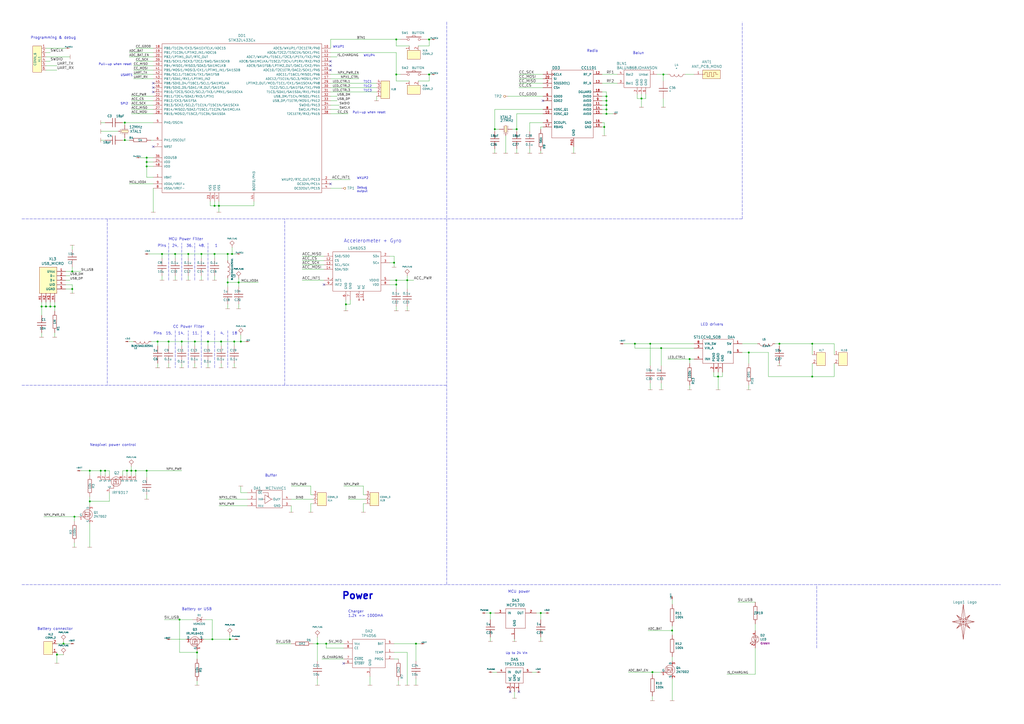
<source format=kicad_sch>
(kicad_sch (version 20211123) (generator eeschema)
  (paper "A2")
  (lib_symbols
    (symbol "Antennas_kl:ANT_PCB_MONO" (pin_names (offset 1.016))
      (property "Reference" "ANT" (at -5.08 6.35 0))
      (property "Value" "ANT_PCB_MONO" (at 1.27 3.81 0))
      (symbol "ANT_PCB_MONO_1_1"
        (pin passive line (at -5.08 0 0) (length 5.08) (name "~") (number "1"))
      )
    )
    (symbol "Connectors_kl:CONN_2" (pin_names (offset 1.016) hide)
      (property "Reference" "XL" (at -1.27 0 90))
      (property "Value" "CONN_2" (at 1.27 0 90))
      (symbol "CONN_2_1_1"
        (pin passive line (at -5.08 2.54 0) (length 2.54) (name "P1") (number "1"))
        (pin passive line (at -5.08 -2.54 0) (length 2.54) (name "PM") (number "2"))
      )
    )
    (symbol "Connectors_kl:CONN_3" (pin_names (offset 1.016) hide)
      (property "Reference" "XL" (at -1.27 0 90))
      (property "Value" "CONN_3" (at 1.27 0 90))
      (symbol "CONN_3_1_1"
        (pin passive line (at 5.08 2.54 180) (length 2.54) (name "P1") (number "1"))
        (pin passive line (at 5.08 0 180) (length 2.54) (name "PM") (number "2"))
        (pin passive line (at 5.08 -2.54 180) (length 2.54) (name "~") (number "3"))
      )
    )
    (symbol "Connectors_kl:CONN_4" (pin_names (offset 1.016) hide)
      (property "Reference" "XL" (at -1.27 0 90))
      (property "Value" "CONN_4" (at 1.27 0 90))
      (symbol "CONN_4_1_1"
        (pin passive line (at 5.08 3.81 180) (length 2.54) (name "P1") (number "1"))
        (pin passive line (at 5.08 1.27 180) (length 2.54) (name "PM") (number "2"))
        (pin passive line (at 5.08 -1.27 180) (length 2.54) (name "~") (number "3"))
        (pin passive line (at 5.08 -3.81 180) (length 2.54) (name "~") (number "4"))
      )
    )
    (symbol "Connectors_kl:CONN_6" (pin_names (offset 1.016))
      (property "Reference" "XL" (at -1.27 0 90))
      (property "Value" "CONN_6" (at 1.27 0 90))
      (symbol "CONN_6_1_1"
        (pin passive line (at -5.08 6.35 0) (length 2.54) (name "~") (number "1"))
        (pin passive line (at -5.08 3.81 0) (length 2.54) (name "~") (number "2"))
        (pin passive line (at -5.08 1.27 0) (length 2.54) (name "~") (number "3"))
        (pin passive line (at -5.08 -1.27 0) (length 2.54) (name "~") (number "4"))
        (pin passive line (at -5.08 -3.81 0) (length 2.54) (name "~") (number "5"))
        (pin passive line (at -5.08 -6.35 0) (length 2.54) (name "~") (number "6"))
      )
    )
    (symbol "Connectors_kl:USB_MINI_B" (pin_names (offset 1.016))
      (property "Reference" "XL" (at -5.08 11.43 0))
      (property "Value" "USB_MINI_B" (at -2.54 8.89 0))
      (symbol "USB_MINI_B_1_1"
        (pin power_out line (at 5.08 5.08 180) (length 5.08) (name "UVcc") (number "1"))
        (pin passive line (at 5.08 2.54 180) (length 5.08) (name "D-") (number "2"))
        (pin passive line (at 5.08 0 180) (length 5.08) (name "D+") (number "3"))
        (pin passive line (at 5.08 -2.54 180) (length 5.08) (name "UID") (number "4"))
        (pin power_out line (at 5.08 -5.08 180) (length 5.08) (name "UGND") (number "5"))
        (pin passive line (at -8.89 -12.7 90) (length 5.08) (name "~") (number "H1"))
        (pin passive line (at -6.35 -12.7 90) (length 5.08) (name "~") (number "H2"))
        (pin passive line (at -3.81 -12.7 90) (length 5.08) (name "~") (number "H3"))
        (pin passive line (at -1.27 -12.7 90) (length 5.08) (name "~") (number "H4"))
      )
    )
    (symbol "Power_kl:MCP1700" (pin_names (offset 1.016))
      (property "Reference" "DA" (at 3.81 7.62 0))
      (property "Value" "MCP1700" (at -5.08 7.62 0))
      (symbol "MCP1700_1_1"
        (pin passive line (at 0 -11.43 90) (length 6.35) (name "GND") (number "1"))
        (pin power_out line (at 12.7 3.81 180) (length 6.35) (name "OUT") (number "2"))
        (pin power_in line (at -11.43 3.81 0) (length 6.35) (name "IN") (number "3"))
      )
    )
    (symbol "Power_kl:ST1CC40_SO8" (pin_names (offset 1.016))
      (property "Reference" "DA" (at 7.62 8.89 0))
      (property "Value" "ST1CC40_SO8" (at -6.35 8.89 0))
      (symbol "ST1CC40_SO8_1_1"
        (pin passive line (at 13.97 5.08 180) (length 5.08) (name "SW") (number "1"))
        (pin power_in line (at -2.54 -11.43 90) (length 5.08) (name "PGND") (number "2"))
        (pin power_in line (at -13.97 2.54 0) (length 5.08) (name "VIN_A") (number "3"))
        (pin passive line (at -13.97 -3.81 0) (length 5.08) (name "INH") (number "4"))
        (pin passive line (at 13.97 0 180) (length 5.08) (name "FB") (number "5"))
        (pin power_in line (at 0 -11.43 90) (length 5.08) (name "AGND") (number "6"))
        (pin power_in line (at 2.54 -11.43 90) (length 5.08) (name "GND") (number "7"))
        (pin power_in line (at -13.97 5.08 0) (length 5.08) (name "VIN_SW") (number "8"))
      )
    )
    (symbol "Power_kl:TP4056" (pin_names (offset 1.016))
      (property "Reference" "DA" (at -7.62 10.16 0))
      (property "Value" "TP4056" (at 3.81 10.16 0))
      (symbol "TP4056_1_1"
        (pin passive line (at 13.97 1.27 180) (length 5.08) (name "TEMP") (number "1"))
        (pin passive line (at 13.97 -2.54 180) (length 5.08) (name "PROG") (number "2"))
        (pin power_in line (at 0 -12.7 90) (length 5.08) (name "GND") (number "3"))
        (pin power_in line (at -15.24 6.35 0) (length 5.08) (name "Vcc") (number "4"))
        (pin passive line (at 13.97 6.35 180) (length 5.08) (name "BAT") (number "5"))
        (pin passive line (at -15.24 -5.08 0) (length 5.08) (name "~{STDBY}") (number "6"))
        (pin passive line (at -15.24 -2.54 0) (length 5.08) (name "~{CHRG}") (number "7"))
        (pin passive line (at -15.24 3.81 0) (length 5.08) (name "CE") (number "8"))
      )
    )
    (symbol "Power_kl:TPS71533" (pin_names (offset 1.016))
      (property "Reference" "DA" (at -3.81 6.35 0))
      (property "Value" "TPS71533" (at 0 3.81 0))
      (symbol "TPS71533_1_1"
        (pin passive line (at 2.54 -11.43 90) (length 5.08) (name "NC") (number "1"))
        (pin power_in line (at 0 -11.43 90) (length 5.08) (name "GND") (number "2"))
        (pin passive line (at -2.54 -11.43 90) (length 5.08) (name "NC") (number "3"))
        (pin power_in line (at -10.16 0 0) (length 5.08) (name "IN") (number "4"))
        (pin power_out line (at 10.16 0 180) (length 5.08) (name "OUT") (number "5"))
      )
    )
    (symbol "RF_ICs:BALUN868JOHANSON" (pin_names (offset 1.016))
      (property "Reference" "BLN" (at -8.89 8.89 0))
      (property "Value" "BALUN868JOHANSON" (at 0 6.35 0))
      (symbol "BALUN868JOHANSON_1_1"
        (pin passive line (at 11.43 2.54 180) (length 3.81) (name "Unbal") (number "1"))
        (pin passive line (at 0 -8.89 90) (length 3.81) (name "GND") (number "2"))
        (pin passive line (at -11.43 -2.54 0) (length 3.81) (name "Bal1") (number "3"))
        (pin passive line (at -11.43 2.54 0) (length 3.81) (name "Bal2") (number "4"))
        (pin passive line (at 2.54 -8.89 90) (length 3.81) (name "GND") (number "5"))
        (pin passive line (at 5.08 -8.89 90) (length 3.81) (name "GND") (number "6"))
      )
    )
    (symbol "RF_ICs:CC1101" (pin_names (offset 1.016))
      (property "Reference" "DD" (at -11.43 20.32 0))
      (property "Value" "CC1101" (at 7.62 20.32 0))
      (symbol "CC1101_1_1"
        (pin passive clock (at -19.05 16.51 0) (length 5.08) (name "SCLK") (number "1"))
        (pin passive line (at -19.05 -6.35 0) (length 5.08) (name "XOSC_Q2") (number "10"))
        (pin power_in line (at 15.24 -1.27 180) (length 5.08) (name "AVDD") (number "11"))
        (pin output line (at 15.24 16.51 180) (length 5.08) (name "RF_P") (number "12"))
        (pin output line (at 15.24 11.43 180) (length 5.08) (name "RF_N") (number "13"))
        (pin power_in line (at 15.24 -3.81 180) (length 5.08) (name "AVDD") (number "14"))
        (pin power_in line (at 15.24 -6.35 180) (length 5.08) (name "AVDD") (number "15"))
        (pin power_in line (at 15.24 -11.43 180) (length 5.08) (name "GND") (number "16"))
        (pin passive line (at -19.05 -13.97 0) (length 5.08) (name "RBIAS") (number "17"))
        (pin passive line (at 15.24 6.35 180) (length 5.08) (name "DGUARD") (number "18"))
        (pin power_in line (at 15.24 -13.97 180) (length 5.08) (name "GND") (number "19"))
        (pin passive line (at -19.05 11.43 0) (length 5.08) (name "SO(GDO1)") (number "2"))
        (pin passive line (at -19.05 13.97 0) (length 5.08) (name "SI") (number "20"))
        (pin passive line (at -19.05 1.27 0) (length 5.08) (name "GDO2") (number "3"))
        (pin power_in line (at 15.24 3.81 180) (length 5.08) (name "DVDD") (number "4"))
        (pin passive line (at -19.05 -11.43 0) (length 5.08) (name "DCOUPL") (number "5"))
        (pin passive line (at -19.05 3.81 0) (length 5.08) (name "GDO0") (number "6"))
        (pin passive line (at -19.05 8.89 0) (length 5.08) (name "CSn") (number "7"))
        (pin passive line (at -19.05 -3.81 0) (length 5.08) (name "XOSC_Q1") (number "8"))
        (pin power_in line (at 15.24 1.27 180) (length 5.08) (name "AVDD") (number "9"))
        (pin power_in line (at -1.27 -25.4 90) (length 5.08) (name "GND") (number "PAD"))
      )
    )
    (symbol "Sensors:LSM6DS3" (pin_names (offset 1.016))
      (property "Value" "LSM6DS3" (at -7.62 12.7 0))
      (property "Price" "124" (at 13.97 17.78 0))
      (symbol "LSM6DS3_1_1"
        (pin passive line (at -19.05 8.89 0) (length 5.08) (name "SA0/SDO") (number "1"))
        (pin no_connect line (at 1.27 -16.51 90) (length 5.08) (name "NC") (number "10"))
        (pin no_connect line (at 3.81 -16.51 90) (length 5.08) (name "NC") (number "11"))
        (pin passive line (at -19.05 6.35 0) (length 5.08) (name "CS") (number "12"))
        (pin passive line (at -19.05 3.81 0) (length 5.08) (name "SCL/SCK") (number "13"))
        (pin passive line (at -19.05 1.27 0) (length 5.08) (name "SDA/SDI") (number "14"))
        (pin passive line (at 19.05 8.89 180) (length 5.08) (name "SDx") (number "2"))
        (pin passive line (at 19.05 5.08 180) (length 5.08) (name "SCx") (number "3"))
        (pin passive output_low (at -19.05 -5.08 0) (length 5.08) (name "INT1") (number "4"))
        (pin power_in line (at 19.05 -5.08 180) (length 5.08) (name "VDDIO") (number "5"))
        (pin power_in line (at -6.35 -16.51 90) (length 5.08) (name "GND") (number "6"))
        (pin power_in line (at -3.81 -16.51 90) (length 5.08) (name "GND") (number "7"))
        (pin power_in line (at 19.05 -7.62 180) (length 5.08) (name "VDD") (number "8"))
        (pin passive output_low (at -19.05 -7.62 0) (length 5.08) (name "INT2") (number "9"))
      )
    )
    (symbol "Switches:BUTTON" (pin_numbers hide) (pin_names (offset 1.016) hide)
      (property "Reference" "SW" (at -5.08 3.81 0))
      (property "Value" "Switches_BUTTON" (at 2.54 3.81 0))
      (symbol "BUTTON_0_1"
        (pin passive inverted (at -7.62 0 0) (length 5.08) (name "1") (number "1"))
        (pin passive inverted (at 7.62 0 180) (length 5.08) (name "2") (number "2"))
      )
    )
    (symbol "Tittar_kl:C" (pin_numbers hide) (pin_names (offset 0.254))
      (property "Reference" "C" (at -2.54 -2.54 0))
      (property "Value" "C" (at -2.54 2.54 0))
      (property "Voltage" "10V" (at 0 0 0))
      (symbol "C_1_1"
        (pin passive line (at 0 5.08 270) (length 4.318) (name "~") (number "1"))
        (pin passive line (at 0 -5.08 90) (length 4.318) (name "~") (number "2"))
      )
    )
    (symbol "Tittar_kl:CRYSTAL_H" (pin_numbers hide) (pin_names (offset 1.016) hide)
      (property "Reference" "XTAL" (at 0 6.985 0))
      (property "Value" "CRYSTAL_H" (at 0.635 5.08 0))
      (symbol "CRYSTAL_H_1_1"
        (pin passive line (at -3.81 0 0) (length 2.54) (name "1") (number "1"))
        (pin passive line (at 3.81 0 180) (length 2.54) (name "2") (number "2"))
        (pin passive line (at 0 -3.81 90) (length 1.27) (name "H") (number "H"))
      )
    )
    (symbol "Tittar_kl:D_Shottky" (pin_numbers hide) (pin_names (offset 1.016) hide)
      (property "Reference" "D" (at 0 2.54 0))
      (property "Value" "D_Shottky" (at 0 -2.54 0))
      (symbol "D_Shottky_1_1"
        (pin passive line (at -3.81 0 0) (length 2.54) (name "~") (number "A"))
        (pin passive line (at 3.81 0 180) (length 2.54) (name "~") (number "C"))
      )
    )
    (symbol "Tittar_kl:L" (pin_numbers hide) (pin_names (offset 1.016) hide)
      (property "Reference" "L" (at -2.54 -3.556 90))
      (property "Value" "L" (at -2.54 0 90))
      (symbol "L_1_1"
        (pin passive line (at 0 5.08 270) (length 1.27) (name "1") (number "1"))
        (pin passive line (at 0 -5.08 90) (length 1.27) (name "2") (number "2"))
      )
    )
    (symbol "Tittar_kl:LED" (pin_names (offset 1.016) hide)
      (property "Reference" "D" (at 2.54 3.556 0))
      (property "Value" "LED" (at -2.032 3.556 0))
      (property "Color" "Green" (at 0 -3.81 0))
      (symbol "LED_1_1"
        (pin passive line (at -5.08 0 0) (length 3.81) (name "A") (number "A"))
        (pin passive line (at 5.08 0 180) (length 3.81) (name "C") (number "C"))
      )
    )
    (symbol "Tittar_kl:R" (pin_numbers hide) (pin_names (offset 0))
      (property "Reference" "R" (at 2.032 -3.81 90))
      (property "Value" "R" (at 0 0 90))
      (symbol "R_1_1"
        (pin passive line (at 0 6.35 270) (length 2.54) (name "~") (number "1"))
        (pin passive line (at 0 -6.35 90) (length 2.54) (name "~") (number "2"))
      )
    )
    (symbol "Transistors_kl:N_3PIN" (pin_names (offset 0))
      (property "Reference" "Q" (at 5.08 1.27 0))
      (property "Value" "N_3PIN" (at 10.16 -2.54 0))
      (symbol "N_3PIN_1_1"
        (pin passive line (at -5.08 1.27 0) (length 2.54) (name "G") (number "1"))
        (pin passive line (at 1.27 5.08 270) (length 2.54) (name "S") (number "2"))
        (pin passive line (at 1.27 -5.08 90) (length 2.54) (name "D") (number "3"))
      )
    )
    (symbol "Transistors_kl:P_3PIN" (pin_names (offset 0))
      (property "Reference" "Q" (at 3.81 -3.81 0))
      (property "Value" "P_3PIN" (at 0 5.08 0))
      (symbol "P_3PIN_1_1"
        (pin passive line (at -1.27 -5.08 90) (length 2.54) (name "G") (number "1"))
        (pin passive line (at -5.08 1.27 0) (length 2.54) (name "S") (number "2"))
        (pin passive line (at 5.08 1.27 180) (length 2.54) (name "D") (number "3"))
      )
    )
    (symbol "Transistors_kl:P_8PIN" (pin_names (offset 0.0254))
      (property "Reference" "Q" (at 7.62 3.81 0))
      (property "Value" "P_8PIN" (at 8.89 1.27 0))
      (symbol "P_8PIN_1_1"
        (pin passive line (at 3.81 -3.81 180) (length 2.54) (name "S") (number "1"))
        (pin passive line (at 3.81 -6.35 180) (length 2.54) (name "S") (number "2"))
        (pin passive line (at 3.81 -8.89 180) (length 2.54) (name "S") (number "3"))
        (pin passive line (at -6.35 -3.81 0) (length 2.54) (name "G") (number "4"))
        (pin passive line (at 3.81 11.43 180) (length 2.54) (name "D") (number "5"))
        (pin passive line (at 3.81 8.89 180) (length 2.54) (name "D") (number "6"))
        (pin passive line (at 3.81 6.35 180) (length 2.54) (name "D") (number "7"))
        (pin passive line (at 3.81 3.81 180) (length 2.54) (name "D") (number "8"))
      )
    )
    (symbol "pcb_details:Logo" (pin_names (offset 1.016))
      (property "Reference" "Logo" (at -2.54 11.43 0))
      (property "Value" "Logo" (at 5.08 11.43 0))
    )
    (symbol "pcb_details:TESTPOINT" (pin_numbers hide) (pin_names (offset 1.016))
      (property "Reference" "TP" (at -5.715 0 0))
      (symbol "TESTPOINT_1_1"
        (pin passive line (at 0 0 180) (length 1.27) (name "~") (number "1"))
      )
    )
    (symbol "power:+3v3" (power) (pin_names (offset 0))
      (property "Value" "+3v3" (at 3.81 0 0))
      (symbol "+3v3_0_0"
        (pin power_in line (at 0 0 90) (length 0) hide (name "+3v3") (number "1"))
      )
    )
    (symbol "power:+BATT" (power) (pin_names (offset 0))
      (property "Value" "+BATT" (at 2.032 0.762 0))
      (symbol "+BATT_0_0"
        (pin power_in line (at 0 0 90) (length 0) hide (name "+BATT") (number "1"))
      )
    )
    (symbol "power:GND" (power) (pin_names (offset 0.254))
      (symbol "GND_1_1"
        (pin power_in line (at 0 0 270) (length 0) hide (name "GND") (number "1"))
      )
    )
    (symbol "power:PWR_FLAG" (power) (pin_numbers hide) (pin_names (offset 0) hide)
      (property "Value" "PWR_FLAG" (at 0 5.08 0))
      (symbol "PWR_FLAG_0_0"
        (pin power_out line (at 0 0 90) (length 0) (name "pwr") (number "1"))
      )
    )
    (symbol "power:PwrMCU" (power) (pin_names (offset 0))
      (property "Value" "power_PwrMCU" (at 1.778 0.762 0))
      (symbol "PwrMCU_0_0"
        (pin power_in line (at 0 0 90) (length 0) hide (name "PwrMCU") (number "1"))
      )
    )
    (symbol "power:PwrUnst" (power) (pin_names (offset 0))
      (property "Value" "power_PwrUnst" (at 2.032 0.762 0))
      (symbol "PwrUnst_0_0"
        (pin power_in line (at 0 0 90) (length 0) hide (name "PwrUnst") (number "1"))
      )
    )
    (symbol "power:VCC" (power) (pin_names (offset 0))
      (property "Value" "VCC" (at 1.778 0.762 0))
      (symbol "VCC_0_0"
        (pin power_in line (at 0 0 90) (length 0) hide (name "VCC") (number "1"))
      )
    )
    (symbol "st_kl:STM32L433Cx" (pin_names (offset 1.016))
      (property "Reference" "DD" (at -19.05 35.56 0))
      (property "Value" "STM32L433Cx" (at 10.16 35.56 0))
      (symbol "STM32L433Cx_1_1"
        (pin power_in line (at -50.8 -43.18 0) (length 5.08) (name "VBAT") (number "1"))
        (pin passive line (at 52.07 31.75 180) (length 5.08) (name "ADC5/WKUP1/T2C1ETR/PA0") (number "10"))
        (pin passive line (at 52.07 29.21 180) (length 5.08) (name "ADC6/T2C2/T15C1N/SCK1/PA1") (number "11"))
        (pin passive line (at 52.07 26.67 180) (length 5.08) (name "ADC7/WKUP4/T15C1/T2C3/LP1TX/TX2/PA2") (number "12"))
        (pin passive line (at 52.07 24.13 180) (length 5.08) (name "ADC8/SAI1MCLKA/T15C2/T2C4/LP1RX/RX2/PA3") (number "13"))
        (pin passive line (at 52.07 21.59 180) (length 5.08) (name "ADC9/SAI1FSB/LPTIM2_OUT/DAC1/CK2/PA4") (number "14"))
        (pin passive line (at 52.07 19.05 180) (length 5.08) (name "ADC10/T2C1ETR/DAC2/SCK1/PA5") (number "15"))
        (pin passive line (at 52.07 16.51 180) (length 5.08) (name "ADC11/T16C1/MISO1/PA6") (number "16"))
        (pin passive line (at 52.07 13.97 180) (length 5.08) (name "ADC12/T1C1N/SCL3/MOSI1/PA7") (number "17"))
        (pin passive line (at -50.8 31.75 0) (length 5.08) (name "PB0/T1C2N/CK3/SAI1EXTCLK/ADC15") (number "18"))
        (pin passive line (at -50.8 29.21 0) (length 5.08) (name "PB1/T1C3N/LPTIM2_IN1/ADC16") (number "19"))
        (pin passive line (at 52.07 -44.45 180) (length 5.08) (name "WKUP2/RTC_OUT/PC13") (number "2"))
        (pin passive line (at -50.8 26.67 0) (length 5.08) (name "PB2/LPTIM1_OUT/RTC_OUT") (number "20"))
        (pin passive line (at -50.8 6.35 0) (length 5.08) (name "PB10/T2C3/SCK2/SCL2/TX3/LPRX1/SAI1SCKA") (number "21"))
        (pin passive line (at -50.8 3.81 0) (length 5.08) (name "PB11/T2C4/SDA2/RX3/LPTX1") (number "22"))
        (pin power_in line (at -17.78 -57.15 90) (length 5.08) (name "VSS") (number "23"))
        (pin power_in line (at -50.8 -34.29 0) (length 5.08) (name "VDD") (number "24"))
        (pin passive line (at -50.8 1.27 0) (length 5.08) (name "PB12/CK3/SAI1FSA") (number "25"))
        (pin passive line (at -50.8 -1.27 0) (length 5.08) (name "PB13/SCK2/SCL2/T1C1N/T15C1N/SAI1SCKA") (number "26"))
        (pin passive line (at -50.8 -3.81 0) (length 5.08) (name "PB14/MISO2/SDA2/T15C1/T1C2N/SAI1MCLKA") (number "27"))
        (pin passive line (at -50.8 -6.35 0) (length 5.08) (name "PB15/MOSI2/T15C2/T1C3N/SAI1SDA") (number "28"))
        (pin passive line (at 52.07 11.43 180) (length 5.08) (name "LPTIM2_OUT/MCO/T1C1/CK1/SAI1SCKA/PA8") (number "29"))
        (pin passive line (at 52.07 -46.99 180) (length 5.08) (name "OC32IN/PC14") (number "3"))
        (pin passive line (at 52.07 8.89 180) (length 5.08) (name "T1C2/SCL1/SAI1FSA/TX1/PA9") (number "30"))
        (pin passive line (at 52.07 6.35 180) (length 5.08) (name "T1C3/SDA1/SAI1SDA/RX1/PA10") (number "31"))
        (pin passive line (at 52.07 3.81 180) (length 5.08) (name "USB_DM/T1C4/MISO1/PA11") (number "32"))
        (pin passive line (at 52.07 1.27 180) (length 5.08) (name "USB_DP/T1ETR/MOSI1/PA12") (number "33"))
        (pin passive line (at 52.07 -1.27 180) (length 5.08) (name "SWDIO/PA13") (number "34"))
        (pin power_in line (at -15.24 -57.15 90) (length 5.08) (name "VSS") (number "35"))
        (pin power_in line (at -50.8 -31.75 0) (length 5.08) (name "VDDUSB") (number "36"))
        (pin passive line (at 52.07 -3.81 180) (length 5.08) (name "SWCLK/PA14") (number "37"))
        (pin passive line (at 52.07 -6.35 180) (length 5.08) (name "T2C1ETR/RX2/PA15") (number "38"))
        (pin passive line (at -50.8 24.13 0) (length 5.08) (name "PB3/SCK1/SCK3/T2C2/SWO/SAI1SCKB") (number "39"))
        (pin passive line (at 52.07 -49.53 180) (length 5.08) (name "OC32OUT/PC15") (number "4"))
        (pin passive line (at -50.8 21.59 0) (length 5.08) (name "PB4/MISO1/MISO3/SDA3/SAI1MCLKB") (number "40"))
        (pin passive line (at -50.8 19.05 0) (length 5.08) (name "PB5/MOSI1/MOSI3/CK1/LPTIM1_IN1/SAI1SDB") (number "41"))
        (pin passive line (at -50.8 16.51 0) (length 5.08) (name "PB6/SCL1/T16C1N/TX1/SAI1FSB") (number "42"))
        (pin passive line (at -50.8 13.97 0) (length 5.08) (name "PB7/SDA1/RX1/LPTIM1_IN2") (number "43"))
        (pin passive line (at 7.62 -57.15 90) (length 5.08) (name "BOOT0/PH3") (number "44"))
        (pin passive line (at -50.8 11.43 0) (length 5.08) (name "PB8/SDIO_D4/T16C1/SCL1/SAI1MCLKA") (number "45"))
        (pin passive line (at -50.8 8.89 0) (length 5.08) (name "PB9/SDIO_D5/SDA1/IR_OUT/SAI1FSA") (number "46"))
        (pin power_in line (at -12.7 -57.15 90) (length 5.08) (name "VSS") (number "47"))
        (pin power_in line (at -50.8 -36.83 0) (length 5.08) (name "VDD") (number "48"))
        (pin passive line (at -50.8 -11.43 0) (length 5.08) (name "PH0/OSCIN") (number "5"))
        (pin passive line (at -50.8 -21.59 0) (length 5.08) (name "PH1/OSCOUT") (number "6"))
        (pin passive line (at -50.8 -25.4 0) (length 5.08) (name "NRST") (number "7"))
        (pin power_in line (at -50.8 -49.53 0) (length 5.08) (name "VSSA/VREF-") (number "8"))
        (pin power_in line (at -50.8 -46.99 0) (length 5.08) (name "VDDA/VREF+") (number "9"))
      )
    )
    (symbol "standard_logic:1xBUF_W3STATE" (pin_names (offset 1.016))
      (property "Reference" "DA" (at -5.715 6.35 0))
      (property "Value" "1xBUF_W3STATE" (at 5.08 6.35 0))
      (symbol "1xBUF_W3STATE_1_1"
        (pin passive line (at -11.43 3.81 0) (length 5.08) (name "~{OE}") (number "1"))
        (pin passive line (at -11.43 0 0) (length 5.08) (name "InA") (number "2"))
        (pin power_in line (at 13.97 -3.81 180) (length 5.08) (name "GND") (number "3"))
        (pin passive line (at 13.97 0 180) (length 5.08) (name "OutY") (number "4"))
        (pin power_in line (at -11.43 -3.81 0) (length 5.08) (name "Vcc") (number "5"))
      )
    )
  )
  (junction (at 228.6 152.4))
  (junction (at 229.87 22.86))
  (junction (at 135.89 198.12))
  (junction (at 78.74 273.05))
  (junction (at 41.91 157.48))
  (junction (at 377.19 199.39))
  (junction (at 189.23 373.38))
  (junction (at 133.35 370.84))
  (junction (at 52.07 290.83))
  (junction (at 93.98 147.32))
  (junction (at 378.46 389.89))
  (junction (at 109.22 147.32))
  (junction (at 85.09 96.52))
  (junction (at 471.17 199.39))
  (junction (at 58.42 273.05))
  (junction (at 76.2 273.05))
  (junction (at 52.07 273.05))
  (junction (at 60.96 273.05))
  (junction (at 36.83 373.38))
  (junction (at 116.84 147.32))
  (junction (at 434.34 204.47))
  (junction (at 351.79 66.04))
  (junction (at 248.92 43.18))
  (junction (at 33.02 379.73))
  (junction (at 85.09 93.98))
  (junction (at 104.14 359.41))
  (junction (at 248.92 22.86))
  (junction (at 139.7 198.12))
  (junction (at 132.08 147.32))
  (junction (at 72.39 71.12))
  (junction (at 229.87 43.18))
  (junction (at 229.87 162.56))
  (junction (at 383.54 201.93))
  (junction (at 105.41 198.12))
  (junction (at 29.21 177.8))
  (junction (at 287.02 74.93))
  (junction (at 368.3 199.39))
  (junction (at 72.39 81.28))
  (junction (at 351.79 55.88))
  (junction (at 120.65 198.12))
  (junction (at 41.91 167.64))
  (junction (at 452.12 199.39))
  (junction (at 229.87 165.1))
  (junction (at 299.72 74.93))
  (junction (at 384.81 43.18))
  (junction (at 351.79 63.5))
  (junction (at 26.67 177.8))
  (junction (at 138.43 163.83))
  (junction (at 101.6 147.32))
  (junction (at 351.79 58.42))
  (junction (at 372.11 57.15))
  (junction (at 85.09 91.44))
  (junction (at 124.46 147.32))
  (junction (at 284.48 355.6))
  (junction (at 91.44 198.12))
  (junction (at 97.79 198.12))
  (junction (at 123.19 370.84))
  (junction (at 24.13 177.8))
  (junction (at 114.3 378.46))
  (junction (at 31.75 177.8))
  (junction (at 471.17 218.44))
  (junction (at 241.3 373.38))
  (junction (at 184.15 373.38))
  (junction (at 351.79 60.96))
  (junction (at 128.27 198.12))
  (junction (at 313.69 355.6))
  (junction (at 389.89 365.76))
  (junction (at 85.09 273.05))
  (junction (at 200.66 176.53))
  (junction (at 134.62 147.32))
  (junction (at 236.22 162.56))
  (junction (at 416.56 218.44))
  (junction (at 124.46 119.38))
  (junction (at 350.52 73.66))
  (junction (at 127 119.38))
  (junction (at 400.05 208.28))
  (junction (at 43.18 299.72))
  (junction (at 132.08 163.83))
  (junction (at 113.03 198.12))
  (junction (at 73.66 273.05))
  (no_connect (at 314.96 58.42))
  (no_connect (at 88.9 48.26))
  (no_connect (at 187.96 165.1))
  (no_connect (at 88.9 85.09))
  (no_connect (at 300.99 401.32))
  (no_connect (at 88.9 50.8))
  (no_connect (at 191.77 38.1))
  (no_connect (at 199.39 384.81))
  (no_connect (at 191.77 40.64))
  (no_connect (at 295.91 401.32))
  (no_connect (at 191.77 35.56))
  (no_connect (at 191.77 106.68))
  (no_connect (at 88.9 53.34))
  (wire (pts (xy 434.34 204.47) (xy 445.77 204.47)))
  (wire (pts (xy 419.1 218.44) (xy 419.1 215.9)))
  (wire (pts (xy 300.99 43.18) (xy 314.96 43.18)))
  (wire (pts (xy 368.3 201.93) (xy 368.3 199.39)))
  (wire (pts (xy 229.87 165.1) (xy 229.87 167.64)))
  (wire (pts (xy 95.25 359.41) (xy 104.14 359.41)))
  (wire (pts (xy 52.07 288.29) (xy 52.07 290.83)))
  (wire (pts (xy 31.75 175.26) (xy 31.75 177.8)))
  (wire (pts (xy 210.82 292.1) (xy 212.09 292.1)))
  (wire (pts (xy 430.53 204.47) (xy 434.34 204.47)))
  (wire (pts (xy 160.02 373.38) (xy 168.91 373.38)))
  (wire (pts (xy 101.6 149.86) (xy 101.6 147.32)))
  (wire (pts (xy 228.6 152.4) (xy 228.6 154.94)))
  (wire (pts (xy 85.09 287.02) (xy 85.09 289.56)))
  (wire (pts (xy 248.92 22.86) (xy 247.65 22.86)))
  (wire (pts (xy 85.09 91.44) (xy 88.9 91.44)))
  (wire (pts (xy 226.06 162.56) (xy 229.87 162.56)))
  (wire (pts (xy 189.23 373.38) (xy 199.39 373.38)))
  (wire (pts (xy 195.58 33.02) (xy 191.77 33.02)))
  (wire (pts (xy 74.93 30.48) (xy 88.9 30.48)))
  (wire (pts (xy 132.08 163.83) (xy 138.43 163.83)))
  (wire (pts (xy 85.09 93.98) (xy 85.09 91.44)))
  (wire (pts (xy 350.52 73.66) (xy 350.52 71.12)))
  (wire (pts (xy 203.2 104.14) (xy 191.77 104.14)))
  (wire (pts (xy 77.47 38.1) (xy 88.9 38.1)))
  (polyline (pts (xy 124.46 213.36) (xy 124.46 191.77)))
  (wire (pts (xy 281.94 355.6) (xy 284.48 355.6)))
  (wire (pts (xy 287.02 74.93) (xy 287.02 76.2)))
  (wire (pts (xy 88.9 93.98) (xy 85.09 93.98)))
  (wire (pts (xy 351.79 55.88) (xy 351.79 58.42)))
  (wire (pts (xy 116.84 147.32) (xy 124.46 147.32)))
  (wire (pts (xy 241.3 397.51) (xy 241.3 393.7)))
  (wire (pts (xy 46.99 273.05) (xy 52.07 273.05)))
  (wire (pts (xy 60.96 273.05) (xy 63.5 273.05)))
  (wire (pts (xy 307.34 71.12) (xy 307.34 76.2)))
  (wire (pts (xy 71.12 273.05) (xy 73.66 273.05)))
  (wire (pts (xy 203.2 176.53) (xy 200.66 176.53)))
  (wire (pts (xy 135.89 210.82) (xy 135.89 213.36)))
  (wire (pts (xy 311.15 389.89) (xy 308.61 389.89)))
  (wire (pts (xy 208.28 43.18) (xy 191.77 43.18)))
  (wire (pts (xy 311.15 355.6) (xy 313.69 355.6)))
  (wire (pts (xy 58.42 273.05) (xy 60.96 273.05)))
  (wire (pts (xy 307.34 86.36) (xy 307.34 88.9)))
  (wire (pts (xy 229.87 46.99) (xy 229.87 43.18)))
  (wire (pts (xy 133.35 370.84) (xy 133.35 368.3)))
  (wire (pts (xy 372.11 57.15) (xy 372.11 62.23)))
  (wire (pts (xy 201.93 289.56) (xy 212.09 289.56)))
  (polyline (pts (xy 97.79 162.56) (xy 97.79 140.97)))
  (wire (pts (xy 187.96 156.21) (xy 175.26 156.21)))
  (wire (pts (xy 139.7 198.12) (xy 142.24 198.12)))
  (wire (pts (xy 349.25 58.42) (xy 351.79 58.42)))
  (wire (pts (xy 184.15 373.38) (xy 189.23 373.38)))
  (wire (pts (xy 105.41 210.82) (xy 105.41 213.36)))
  (wire (pts (xy 248.92 26.67) (xy 248.92 22.86)))
  (wire (pts (xy 109.22 149.86) (xy 109.22 147.32)))
  (wire (pts (xy 452.12 199.39) (xy 471.17 199.39)))
  (wire (pts (xy 180.34 287.02) (xy 181.61 287.02)))
  (polyline (pts (xy 105.41 162.56) (xy 105.41 140.97)))
  (wire (pts (xy 41.91 165.1) (xy 41.91 167.64)))
  (wire (pts (xy 184.15 397.51) (xy 184.15 393.7)))
  (wire (pts (xy 250.19 43.18) (xy 248.92 43.18)))
  (wire (pts (xy 88.9 96.52) (xy 85.09 96.52)))
  (wire (pts (xy 180.34 292.1) (xy 181.61 292.1)))
  (wire (pts (xy 427.99 349.25) (xy 438.15 349.25)))
  (wire (pts (xy 138.43 161.29) (xy 138.43 163.83)))
  (wire (pts (xy 483.87 218.44) (xy 483.87 210.82)))
  (wire (pts (xy 349.25 60.96) (xy 351.79 60.96)))
  (wire (pts (xy 76.2 60.96) (xy 88.9 60.96)))
  (wire (pts (xy 43.18 299.72) (xy 43.18 302.26)))
  (wire (pts (xy 74.93 198.12) (xy 77.47 198.12)))
  (wire (pts (xy 191.77 50.8) (xy 218.44 50.8)))
  (wire (pts (xy 229.87 22.86) (xy 232.41 22.86)))
  (wire (pts (xy 29.21 177.8) (xy 29.21 175.26)))
  (wire (pts (xy 104.14 378.46) (xy 114.3 378.46)))
  (wire (pts (xy 389.89 368.3) (xy 389.89 365.76)))
  (wire (pts (xy 26.67 40.64) (xy 33.02 40.64)))
  (wire (pts (xy 218.44 58.42) (xy 218.44 55.88)))
  (wire (pts (xy 40.64 162.56) (xy 38.1 162.56)))
  (polyline (pts (xy 120.65 162.56) (xy 120.65 140.97)))
  (polyline (pts (xy 473.71 375.92) (xy 473.71 339.09)))
  (wire (pts (xy 24.13 177.8) (xy 24.13 182.88)))
  (wire (pts (xy 483.87 205.74) (xy 483.87 199.39)))
  (wire (pts (xy 299.72 66.04) (xy 314.96 66.04)))
  (wire (pts (xy 71.12 275.59) (xy 71.12 273.05)))
  (wire (pts (xy 248.92 43.18) (xy 247.65 43.18)))
  (wire (pts (xy 434.34 210.82) (xy 434.34 204.47)))
  (wire (pts (xy 242.57 26.67) (xy 248.92 26.67)))
  (wire (pts (xy 88.9 35.56) (xy 78.74 35.56)))
  (wire (pts (xy 139.7 285.75) (xy 139.7 281.94)))
  (wire (pts (xy 168.91 293.37) (xy 168.91 297.18)))
  (wire (pts (xy 236.22 162.56) (xy 236.22 167.64)))
  (wire (pts (xy 416.56 218.44) (xy 416.56 226.06)))
  (wire (pts (xy 349.25 53.34) (xy 351.79 53.34)))
  (wire (pts (xy 389.89 347.98) (xy 389.89 350.52)))
  (wire (pts (xy 114.3 378.46) (xy 114.3 382.27)))
  (wire (pts (xy 214.63 392.43) (xy 214.63 397.51)))
  (wire (pts (xy 400.05 208.28) (xy 402.59 208.28)))
  (wire (pts (xy 452.12 210.82) (xy 452.12 212.09)))
  (wire (pts (xy 138.43 163.83) (xy 149.86 163.83)))
  (wire (pts (xy 72.39 71.12) (xy 71.12 71.12)))
  (wire (pts (xy 123.19 370.84) (xy 133.35 370.84)))
  (polyline (pts (xy 109.22 213.36) (xy 109.22 191.77)))
  (wire (pts (xy 127 119.38) (xy 127 116.84)))
  (wire (pts (xy 120.65 200.66) (xy 120.65 198.12)))
  (wire (pts (xy 191.77 45.72) (xy 208.28 45.72)))
  (wire (pts (xy 33.02 38.1) (xy 26.67 38.1)))
  (wire (pts (xy 97.79 210.82) (xy 97.79 213.36)))
  (wire (pts (xy 120.65 210.82) (xy 120.65 213.36)))
  (wire (pts (xy 124.46 116.84) (xy 124.46 119.38)))
  (wire (pts (xy 132.08 151.13) (xy 132.08 147.32)))
  (wire (pts (xy 104.14 359.41) (xy 111.76 359.41)))
  (wire (pts (xy 26.67 177.8) (xy 29.21 177.8)))
  (wire (pts (xy 33.02 379.73) (xy 33.02 384.81)))
  (wire (pts (xy 228.6 148.59) (xy 226.06 148.59)))
  (wire (pts (xy 186.69 382.27) (xy 199.39 382.27)))
  (wire (pts (xy 128.27 210.82) (xy 128.27 213.36)))
  (wire (pts (xy 31.75 177.8) (xy 31.75 180.34)))
  (wire (pts (xy 77.47 43.18) (xy 88.9 43.18)))
  (wire (pts (xy 120.65 198.12) (xy 128.27 198.12)))
  (wire (pts (xy 414.02 218.44) (xy 416.56 218.44)))
  (wire (pts (xy 229.87 30.48) (xy 229.87 43.18)))
  (wire (pts (xy 421.64 391.16) (xy 438.15 391.16)))
  (wire (pts (xy 86.36 147.32) (xy 93.98 147.32)))
  (wire (pts (xy 293.37 78.74) (xy 293.37 88.9)))
  (wire (pts (xy 33.02 379.73) (xy 36.83 379.73)))
  (polyline (pts (xy 165.1 223.52) (xy 165.1 127)))
  (wire (pts (xy 38.1 165.1) (xy 41.91 165.1)))
  (wire (pts (xy 300.99 48.26) (xy 314.96 48.26)))
  (wire (pts (xy 73.66 273.05) (xy 76.2 273.05)))
  (wire (pts (xy 287.02 86.36) (xy 287.02 88.9)))
  (wire (pts (xy 124.46 160.02) (xy 124.46 162.56)))
  (wire (pts (xy 471.17 199.39) (xy 471.17 205.74)))
  (wire (pts (xy 361.95 199.39) (xy 368.3 199.39)))
  (wire (pts (xy 43.18 317.5) (xy 43.18 314.96)))
  (wire (pts (xy 284.48 355.6) (xy 284.48 359.41)))
  (wire (pts (xy 58.42 273.05) (xy 58.42 275.59)))
  (wire (pts (xy 434.34 226.06) (xy 434.34 223.52)))
  (wire (pts (xy 350.52 78.74) (xy 350.52 73.66)))
  (wire (pts (xy 87.63 198.12) (xy 91.44 198.12)))
  (wire (pts (xy 87.63 81.28) (xy 88.9 81.28)))
  (wire (pts (xy 105.41 198.12) (xy 113.03 198.12)))
  (wire (pts (xy 184.15 369.57) (xy 184.15 373.38)))
  (wire (pts (xy 471.17 218.44) (xy 471.17 210.82)))
  (wire (pts (xy 135.89 198.12) (xy 139.7 198.12)))
  (wire (pts (xy 383.54 201.93) (xy 402.59 201.93)))
  (wire (pts (xy 384.81 62.23) (xy 384.81 57.15)))
  (polyline (pts (xy 12.7 223.52) (xy 259.08 223.52)))
  (wire (pts (xy 299.72 74.93) (xy 299.72 66.04)))
  (wire (pts (xy 124.46 149.86) (xy 124.46 147.32)))
  (wire (pts (xy 210.82 292.1) (xy 210.82 297.18)))
  (wire (pts (xy 191.77 30.48) (xy 229.87 30.48)))
  (wire (pts (xy 118.11 370.84) (xy 123.19 370.84)))
  (wire (pts (xy 438.15 391.16) (xy 438.15 375.92)))
  (wire (pts (xy 116.84 149.86) (xy 116.84 147.32)))
  (wire (pts (xy 313.69 73.66) (xy 314.96 73.66)))
  (wire (pts (xy 143.51 285.75) (xy 139.7 285.75)))
  (wire (pts (xy 287.02 63.5) (xy 287.02 74.93)))
  (wire (pts (xy 24.13 177.8) (xy 26.67 177.8)))
  (wire (pts (xy 114.3 394.97) (xy 114.3 397.51)))
  (wire (pts (xy 351.79 66.04) (xy 355.6 66.04)))
  (wire (pts (xy 250.19 22.86) (xy 248.92 22.86)))
  (wire (pts (xy 76.2 270.51) (xy 76.2 273.05)))
  (wire (pts (xy 191.77 58.42) (xy 195.58 58.42)))
  (wire (pts (xy 200.66 176.53) (xy 200.66 180.34)))
  (wire (pts (xy 85.09 276.86) (xy 85.09 273.05)))
  (wire (pts (xy 132.08 161.29) (xy 132.08 163.83)))
  (wire (pts (xy 300.99 45.72) (xy 314.96 45.72)))
  (wire (pts (xy 93.98 160.02) (xy 93.98 162.56)))
  (wire (pts (xy 449.58 199.39) (xy 452.12 199.39)))
  (wire (pts (xy 97.79 200.66) (xy 97.79 198.12)))
  (wire (pts (xy 383.54 222.25) (xy 383.54 226.06)))
  (wire (pts (xy 121.92 119.38) (xy 124.46 119.38)))
  (wire (pts (xy 236.22 160.02) (xy 236.22 162.56)))
  (wire (pts (xy 378.46 389.89) (xy 378.46 391.16)))
  (wire (pts (xy 74.93 33.02) (xy 88.9 33.02)))
  (wire (pts (xy 400.05 226.06) (xy 400.05 223.52)))
  (wire (pts (xy 93.98 147.32) (xy 101.6 147.32)))
  (wire (pts (xy 229.87 177.8) (xy 229.87 180.34)))
  (wire (pts (xy 81.28 91.44) (xy 85.09 91.44)))
  (wire (pts (xy 109.22 147.32) (xy 116.84 147.32)))
  (wire (pts (xy 375.92 365.76) (xy 389.89 365.76)))
  (polyline (pts (xy 62.23 127) (xy 62.23 223.52)))
  (wire (pts (xy 378.46 403.86) (xy 378.46 406.4)))
  (wire (pts (xy 127 119.38) (xy 147.32 119.38)))
  (wire (pts (xy 229.87 162.56) (xy 236.22 162.56)))
  (wire (pts (xy 313.69 355.6) (xy 316.23 355.6)))
  (wire (pts (xy 91.44 210.82) (xy 91.44 213.36)))
  (wire (pts (xy 127 293.37) (xy 143.51 293.37)))
  (wire (pts (xy 26.67 177.8) (xy 26.67 175.26)))
  (wire (pts (xy 134.62 147.32) (xy 137.16 147.32)))
  (wire (pts (xy 332.74 85.09) (xy 332.74 88.9)))
  (wire (pts (xy 199.39 375.92) (xy 189.23 375.92)))
  (wire (pts (xy 25.4 299.72) (xy 43.18 299.72)))
  (wire (pts (xy 226.06 152.4) (xy 228.6 152.4)))
  (wire (pts (xy 299.72 76.2) (xy 299.72 74.93)))
  (wire (pts (xy 175.26 153.67) (xy 187.96 153.67)))
  (wire (pts (xy 74.93 106.68) (xy 88.9 106.68)))
  (wire (pts (xy 228.6 382.27) (xy 231.14 382.27)))
  (wire (pts (xy 36.83 373.38) (xy 33.02 373.38)))
  (wire (pts (xy 60.96 81.28) (xy 58.42 81.28)))
  (wire (pts (xy 397.51 43.18) (xy 402.59 43.18)))
  (wire (pts (xy 191.77 22.86) (xy 191.77 27.94)))
  (wire (pts (xy 314.96 71.12) (xy 307.34 71.12)))
  (wire (pts (xy 313.69 369.57) (xy 313.69 372.11)))
  (wire (pts (xy 228.6 373.38) (xy 241.3 373.38)))
  (wire (pts (xy 387.35 208.28) (xy 400.05 208.28)))
  (wire (pts (xy 88.9 45.72) (xy 77.47 45.72)))
  (wire (pts (xy 349.25 73.66) (xy 350.52 73.66)))
  (wire (pts (xy 26.67 27.94) (xy 38.1 27.94)))
  (wire (pts (xy 372.11 54.61) (xy 372.11 57.15)))
  (wire (pts (xy 237.49 46.99) (xy 229.87 46.99)))
  (wire (pts (xy 38.1 160.02) (xy 40.64 160.02)))
  (wire (pts (xy 383.54 212.09) (xy 383.54 201.93)))
  (wire (pts (xy 389.89 383.54) (xy 389.89 381)))
  (wire (pts (xy 68.58 76.2) (xy 58.42 76.2)))
  (wire (pts (xy 184.15 373.38) (xy 184.15 383.54)))
  (wire (pts (xy 377.19 212.09) (xy 377.19 199.39)))
  (wire (pts (xy 41.91 157.48) (xy 46.99 157.48)))
  (wire (pts (xy 76.2 273.05) (xy 78.74 273.05)))
  (wire (pts (xy 147.32 119.38) (xy 147.32 116.84)))
  (wire (pts (xy 368.3 201.93) (xy 383.54 201.93)))
  (wire (pts (xy 297.18 74.93) (xy 299.72 74.93)))
  (wire (pts (xy 430.53 199.39) (xy 439.42 199.39)))
  (wire (pts (xy 29.21 177.8) (xy 31.75 177.8)))
  (wire (pts (xy 369.57 57.15) (xy 372.11 57.15)))
  (wire (pts (xy 236.22 162.56) (xy 240.03 162.56)))
  (wire (pts (xy 113.03 200.66) (xy 113.03 198.12)))
  (wire (pts (xy 299.72 86.36) (xy 299.72 88.9)))
  (wire (pts (xy 133.35 370.84) (xy 135.89 370.84)))
  (wire (pts (xy 351.79 60.96) (xy 351.79 63.5)))
  (wire (pts (xy 229.87 26.67) (xy 229.87 22.86)))
  (wire (pts (xy 41.91 144.78) (xy 41.91 142.24)))
  (wire (pts (xy 168.91 281.94) (xy 180.34 281.94)))
  (wire (pts (xy 33.02 378.46) (xy 33.02 379.73)))
  (wire (pts (xy 40.64 373.38) (xy 36.83 373.38)))
  (wire (pts (xy 181.61 289.56) (xy 168.91 289.56)))
  (wire (pts (xy 289.56 74.93) (xy 287.02 74.93)))
  (wire (pts (xy 85.09 102.87) (xy 85.09 96.52)))
  (wire (pts (xy 113.03 198.12) (xy 120.65 198.12)))
  (wire (pts (xy 191.77 60.96) (xy 196.85 60.96)))
  (wire (pts (xy 349.25 66.04) (xy 351.79 66.04)))
  (wire (pts (xy 203.2 173.99) (xy 203.2 176.53)))
  (wire (pts (xy 52.07 273.05) (xy 52.07 275.59)))
  (wire (pts (xy 139.7 198.12) (xy 139.7 194.31)))
  (wire (pts (xy 175.26 151.13) (xy 187.96 151.13)))
  (wire (pts (xy 229.87 43.18) (xy 232.41 43.18)))
  (wire (pts (xy 63.5 290.83) (xy 52.07 290.83)))
  (wire (pts (xy 374.65 57.15) (xy 374.65 54.61)))
  (wire (pts (xy 132.08 147.32) (xy 134.62 147.32)))
  (wire (pts (xy 416.56 218.44) (xy 419.1 218.44)))
  (wire (pts (xy 416.56 215.9) (xy 416.56 218.44)))
  (wire (pts (xy 483.87 199.39) (xy 471.17 199.39)))
  (wire (pts (xy 88.9 102.87) (xy 85.09 102.87)))
  (polyline (pts (xy 132.08 191.77) (xy 132.08 213.36)))
  (wire (pts (xy 285.75 389.89) (xy 288.29 389.89)))
  (wire (pts (xy 109.22 160.02) (xy 109.22 162.56)))
  (wire (pts (xy 78.74 273.05) (xy 85.09 273.05)))
  (wire (pts (xy 76.2 58.42) (xy 88.9 58.42)))
  (wire (pts (xy 228.6 148.59) (xy 228.6 152.4)))
  (wire (pts (xy 88.9 123.19) (xy 88.9 109.22)))
  (wire (pts (xy 107.95 370.84) (xy 99.06 370.84)))
  (wire (pts (xy 237.49 26.67) (xy 229.87 26.67)))
  (wire (pts (xy 236.22 378.46) (xy 236.22 397.51)))
  (wire (pts (xy 241.3 373.38) (xy 243.84 373.38)))
  (wire (pts (xy 284.48 369.57) (xy 284.48 372.11)))
  (wire (pts (xy 377.19 222.25) (xy 377.19 226.06)))
  (wire (pts (xy 63.5 273.05) (xy 63.5 275.59)))
  (wire (pts (xy 60.96 273.05) (xy 60.96 275.59)))
  (wire (pts (xy 38.1 157.48) (xy 41.91 157.48)))
  (wire (pts (xy 135.89 200.66) (xy 135.89 198.12)))
  (wire (pts (xy 116.84 160.02) (xy 116.84 162.56)))
  (wire (pts (xy 198.12 109.22) (xy 191.77 109.22)))
  (wire (pts (xy 52.07 317.5) (xy 52.07 303.53)))
  (wire (pts (xy 101.6 160.02) (xy 101.6 162.56)))
  (wire (pts (xy 368.3 199.39) (xy 377.19 199.39)))
  (wire (pts (xy 191.77 48.26) (xy 218.44 48.26)))
  (polyline (pts (xy 116.84 191.77) (xy 116.84 213.36)))
  (wire (pts (xy 369.57 54.61) (xy 369.57 57.15)))
  (wire (pts (xy 52.07 273.05) (xy 58.42 273.05)))
  (wire (pts (xy 29.21 30.48) (xy 26.67 30.48)))
  (wire (pts (xy 72.39 81.28) (xy 74.93 81.28)))
  (wire (pts (xy 231.14 397.51) (xy 231.14 394.97)))
  (wire (pts (xy 350.52 71.12) (xy 349.25 71.12)))
  (wire (pts (xy 210.82 281.94) (xy 210.82 287.02)))
  (wire (pts (xy 78.74 273.05) (xy 78.74 275.59)))
  (wire (pts (xy 191.77 53.34) (xy 218.44 53.34)))
  (wire (pts (xy 85.09 273.05) (xy 105.41 273.05)))
  (wire (pts (xy 114.3 377.19) (xy 114.3 378.46)))
  (wire (pts (xy 104.14 359.41) (xy 104.14 378.46)))
  (wire (pts (xy 226.06 165.1) (xy 229.87 165.1)))
  (wire (pts (xy 351.79 63.5) (xy 351.79 66.04)))
  (wire (pts (xy 384.81 46.99) (xy 384.81 43.18)))
  (polyline (pts (xy 259.08 12.7) (xy 259.08 339.09)))
  (wire (pts (xy 41.91 167.64) (xy 41.91 170.18)))
  (wire (pts (xy 381 43.18) (xy 384.81 43.18)))
  (wire (pts (xy 438.15 361.95) (xy 438.15 365.76)))
  (wire (pts (xy 236.22 177.8) (xy 236.22 180.34)))
  (wire (pts (xy 63.5 285.75) (xy 63.5 290.83)))
  (wire (pts (xy 180.34 281.94) (xy 180.34 287.02)))
  (wire (pts (xy 134.62 147.32) (xy 134.62 143.51)))
  (wire (pts (xy 132.08 163.83) (xy 132.08 166.37)))
  (wire (pts (xy 72.39 80.01) (xy 72.39 81.28)))
  (wire (pts (xy 313.69 355.6) (xy 313.69 359.41)))
  (wire (pts (xy 78.74 27.94) (xy 88.9 27.94)))
  (wire (pts (xy 358.14 48.26) (xy 349.25 48.26)))
  (wire (pts (xy 189.23 375.92) (xy 189.23 373.38)))
  (wire (pts (xy 414.02 215.9) (xy 414.02 218.44)))
  (wire (pts (xy 181.61 373.38) (xy 184.15 373.38)))
  (wire (pts (xy 93.98 149.86) (xy 93.98 147.32)))
  (wire (pts (xy 313.69 74.93) (xy 313.69 73.66)))
  (wire (pts (xy 127 289.56) (xy 143.51 289.56)))
  (wire (pts (xy 88.9 55.88) (xy 76.2 55.88)))
  (wire (pts (xy 471.17 218.44) (xy 483.87 218.44)))
  (wire (pts (xy 242.57 46.99) (xy 248.92 46.99)))
  (wire (pts (xy 445.77 204.47) (xy 445.77 218.44)))
  (wire (pts (xy 71.12 81.28) (xy 72.39 81.28)))
  (wire (pts (xy 123.19 359.41) (xy 123.19 370.84)))
  (wire (pts (xy 191.77 22.86) (xy 229.87 22.86)))
  (wire (pts (xy 294.64 55.88) (xy 314.96 55.88)))
  (wire (pts (xy 26.67 35.56) (xy 29.21 35.56)))
  (wire (pts (xy 210.82 287.02) (xy 212.09 287.02)))
  (wire (pts (xy 298.45 372.11) (xy 298.45 370.84)))
  (wire (pts (xy 236.22 378.46) (xy 228.6 378.46)))
  (wire (pts (xy 124.46 147.32) (xy 132.08 147.32)))
  (polyline (pts (xy 101.6 191.77) (xy 101.6 213.36)))
  (wire (pts (xy 24.13 175.26) (xy 24.13 177.8)))
  (wire (pts (xy 175.26 148.59) (xy 187.96 148.59)))
  (wire (pts (xy 121.92 116.84) (xy 121.92 119.38)))
  (wire (pts (xy 113.03 210.82) (xy 113.03 213.36)))
  (wire (pts (xy 52.07 290.83) (xy 52.07 293.37)))
  (polyline (pts (xy 430.53 127) (xy 430.53 12.7)))
  (wire (pts (xy 248.92 46.99) (xy 248.92 43.18)))
  (wire (pts (xy 229.87 162.56) (xy 229.87 165.1)))
  (wire (pts (xy 349.25 43.18) (xy 358.14 43.18)))
  (wire (pts (xy 199.39 281.94) (xy 210.82 281.94)))
  (wire (pts (xy 119.38 359.41) (xy 123.19 359.41)))
  (wire (pts (xy 195.58 55.88) (xy 191.77 55.88)))
  (wire (pts (xy 88.9 66.04) (xy 76.2 66.04)))
  (wire (pts (xy 41.91 154.94) (xy 41.91 157.48)))
  (wire (pts (xy 314.96 63.5) (xy 287.02 63.5)))
  (wire (pts (xy 76.2 63.5) (xy 88.9 63.5)))
  (wire (pts (xy 101.6 147.32) (xy 109.22 147.32)))
  (wire (pts (xy 364.49 389.89) (xy 378.46 389.89)))
  (wire (pts (xy 128.27 200.66) (xy 128.27 198.12)))
  (wire (pts (xy 300.99 50.8) (xy 314.96 50.8)))
  (wire (pts (xy 105.41 200.66) (xy 105.41 198.12)))
  (wire (pts (xy 132.08 176.53) (xy 132.08 179.07)))
  (wire (pts (xy 389.89 393.7) (xy 389.89 406.4)))
  (wire (pts (xy 349.25 63.5) (xy 351.79 63.5)))
  (wire (pts (xy 383.54 389.89) (xy 378.46 389.89)))
  (wire (pts (xy 127 123.19) (xy 127 119.38)))
  (wire (pts (xy 72.39 71.12) (xy 88.9 71.12)))
  (wire (pts (xy 26.67 33.02) (xy 40.64 33.02)))
  (polyline (pts (xy 113.03 162.56) (xy 113.03 140.97)))
  (wire (pts (xy 377.19 199.39) (xy 402.59 199.39)))
  (polyline (pts (xy 12.7 339.09) (xy 580.39 339.09)))
  (wire (pts (xy 124.46 119.38) (xy 127 119.38)))
  (wire (pts (xy 351.79 58.42) (xy 351.79 60.96)))
  (wire (pts (xy 72.39 71.12) (xy 72.39 72.39)))
  (wire (pts (xy 241.3 383.54) (xy 241.3 373.38)))
  (wire (pts (xy 384.81 43.18) (xy 387.35 43.18)))
  (wire (pts (xy 91.44 198.12) (xy 97.79 198.12)))
  (wire (pts (xy 31.75 193.04) (xy 31.75 195.58)))
  (wire (pts (xy 88.9 40.64) (xy 77.47 40.64)))
  (wire (pts (xy 298.45 405.13) (xy 298.45 401.32)))
  (wire (pts (xy 128.27 198.12) (xy 135.89 198.12)))
  (wire (pts (xy 284.48 355.6) (xy 287.02 355.6)))
  (wire (pts (xy 91.44 200.66) (xy 91.44 198.12)))
  (wire (pts (xy 45.72 299.72) (xy 43.18 299.72)))
  (wire (pts (xy 85.09 96.52) (xy 85.09 93.98)))
  (wire (pts (xy 138.43 163.83) (xy 138.43 166.37)))
  (wire (pts (xy 452.12 199.39) (xy 452.12 200.66)))
  (wire (pts (xy 180.34 292.1) (xy 180.34 297.18)))
  (wire (pts (xy 76.2 273.05) (xy 76.2 275.59)))
  (wire (pts (xy 73.66 273.05) (xy 73.66 275.59)))
  (wire (pts (xy 201.93 66.04) (xy 191.77 66.04)))
  (wire (pts (xy 372.11 57.15) (xy 374.65 57.15)))
  (wire (pts (xy 175.26 162.56) (xy 187.96 162.56)))
  (wire (pts (xy 313.69 87.63) (xy 313.69 88.9)))
  (wire (pts (xy 400.05 210.82) (xy 400.05 208.28)))
  (wire (pts (xy 349.25 55.88) (xy 351.79 55.88)))
  (wire (pts (xy 36.83 372.11) (xy 36.83 373.38)))
  (wire (pts (xy 389.89 365.76) (xy 389.89 363.22)))
  (wire (pts (xy 60.96 71.12) (xy 58.42 71.12)))
  (polyline (pts (xy 12.7 127) (xy 430.53 127)))
  (wire (pts (xy 351.79 53.34) (xy 351.79 55.88)))
  (wire (pts (xy 445.77 218.44) (xy 471.17 218.44)))
  (wire (pts (xy 200.66 173.99) (xy 200.66 176.53)))
  (wire (pts (xy 97.79 198.12) (xy 105.41 198.12)))
  (wire (pts (xy 41.91 167.64) (xy 38.1 167.64)))
  (wire (pts (xy 191.77 63.5) (xy 196.85 63.5)))
  (wire (pts (xy 24.13 193.04) (xy 24.13 195.58)))
  (wire (pts (xy 138.43 176.53) (xy 138.43 179.07)))
  (text "MCU Power Filter" (at 97.79 139.7 0) (effects (font (size 1.524 1.524)) (justify left bottom)))
  (text "Balun" (at 367.03 31.75 0) (effects (font (size 1.524 1.524)) (justify left bottom)))
  (text "Charger\n1.2k => 1000mA" (at 201.93 358.14 0) (effects (font (size 1.524 1.524)) (justify left bottom)))
  (text "Battery connector" (at 21.59 365.76 0) (effects (font (size 1.524 1.524)) (justify left bottom)))
  (text "Buffer" (at 153.67 276.86 0) (effects (font (size 1.524 1.524)) (justify left bottom)))
  (text "Pull-up when reset" (at 204.47 66.04 0) (effects (font (size 1.27 1.27)) (justify left bottom)))
  (text "Pins  15,   14,    11,    9,     4,    18" (at 88.9 194.31 0) (effects (font (size 1.524 1.524)) (justify left bottom)))
  (text "LED drivers" (at 406.4 189.23 0) (effects (font (size 1.524 1.524)) (justify left bottom)))
  (text "SPI2" (at 69.85 60.96 0) (effects (font (size 1.27 1.27)) (justify left bottom)))
  (text "Pins   24,    36,   48,     1" (at 91.44 143.51 0) (effects (font (size 1.524 1.524)) (justify left bottom)))
  (text "Radio" (at 340.36 30.48 0) (effects (font (size 1.524 1.524)) (justify left bottom)))
  (text "Accelerometer + Gyro" (at 199.39 140.97 0) (effects (font (size 2.0066 2.0066)) (justify left bottom)))
  (text "T1C2" (at 210.82 50.8 0) (effects (font (size 1.27 1.27)) (justify left bottom)))
  (text "Neopixel power control" (at 52.07 259.08 0) (effects (font (size 1.524 1.524)) (justify left bottom)))
  (text "Debug \noutput" (at 207.01 111.76 0) (effects (font (size 1.27 1.27)) (justify left bottom)))
  (text "CC Power Filter" (at 100.33 190.5 0) (effects (font (size 1.524 1.524)) (justify left bottom)))
  (text "WKUP1" (at 193.04 27.94 0) (effects (font (size 1.27 1.27)) (justify left bottom)))
  (text "Up to 24 VIn" (at 293.37 379.73 0) (effects (font (size 1.27 1.27)) (justify left bottom)))
  (text "Programming & debug" (at 17.78 22.86 0) (effects (font (size 1.524 1.524)) (justify left bottom)))
  (text "T1C3" (at 210.82 53.34 0) (effects (font (size 1.27 1.27)) (justify left bottom)))
  (text "Battery or USB" (at 105.41 354.33 0) (effects (font (size 1.524 1.524)) (justify left bottom)))
  (text "USART1" (at 69.85 44.45 0) (effects (font (size 1.27 1.27)) (justify left bottom)))
  (text "Pull-up when reset" (at 57.15 38.1 0) (effects (font (size 1.27 1.27)) (justify left bottom)))
  (text "T1C1" (at 210.82 48.26 0) (effects (font (size 1.27 1.27)) (justify left bottom)))
  (text "Power" (at 198.12 347.98 0) (effects (font (size 3.9878 3.9878) (thickness 0.7976) bold) (justify left bottom)))
  (text "WKUP2" (at 207.01 104.14 0) (effects (font (size 1.27 1.27)) (justify left bottom)))
  (text "MCU power" (at 294.64 344.17 0) (effects (font (size 1.524 1.524)) (justify left bottom)))
  (text "WKUP4" (at 210.82 33.02 0) (effects (font (size 1.27 1.27)) (justify left bottom)))
  (label "ACC_MOSI" (at 175.26 156.21 0) (effects (font (size 1.524 1.524))))
  (label "ADC_BAT_EN" (at 364.49 389.89 0))
  (label "CC_MOSI" (at 300.99 45.72 0) (effects (font (size 1.524 1.524))))
  (label "CC_GDO0" (at 300.99 55.88 0) (effects (font (size 1.524 1.524))))
  (label "SWDIO" (at 196.85 60.96 0))
  (label "ACC_MOSI" (at 76.2 66.04 0))
  (label "NPX1_CTRL" (at 208.28 45.72 180))
  (label "ADC_BAT_EN" (at 74.93 33.02 0))
  (label "NPX_PWR" (at 168.91 281.94 0))
  (label "5V_USB" (at 46.99 157.48 0))
  (label "NPX_PWR" (at 199.39 281.94 0))
  (label "USB_DM" (at 40.64 160.02 0))
  (label "ACC_SCK" (at 175.26 153.67 0) (effects (font (size 1.524 1.524))))
  (label "CC_SCK" (at 78.74 35.56 0))
  (label "ACC_SCK" (at 76.2 60.96 0))
  (label "SWCLK" (at 29.21 30.48 0) (effects (font (size 1.524 1.524))))
  (label "LED_CTRL1" (at 387.35 208.28 0))
  (label "ACC_MISO" (at 175.26 148.59 0) (effects (font (size 1.524 1.524))))
  (label "MCU_VDDA" (at 149.86 163.83 180))
  (label "USB_DM" (at 195.58 55.88 0))
  (label "BTN1" (at 207.01 22.86 0))
  (label "UART_TX" (at 77.47 43.18 0))
  (label "CC_MOSI" (at 77.47 40.64 0))
  (label "CC_CS" (at 300.99 50.8 0) (effects (font (size 1.524 1.524))))
  (label "NPX_PWR" (at 105.41 273.05 180))
  (label "CC_MISO" (at 300.99 48.26 0) (effects (font (size 1.524 1.524))))
  (label "NPX1_CTRL" (at 127 289.56 0))
  (label "ACC_PWR" (at 240.03 162.56 0) (effects (font (size 1.524 1.524))))
  (label "IS_CHARGING" (at 195.58 33.02 0))
  (label "5V_USB" (at 95.25 359.41 0) (effects (font (size 1.524 1.524))))
  (label "LED_CTRL2" (at 203.2 50.8 180))
  (label "IS_CHARGING" (at 421.64 391.16 0))
  (label "LED_CTRL3" (at 203.2 53.34 180))
  (label "ACC_PWR" (at 76.2 55.88 0))
  (label "CC_SCK" (at 300.99 43.18 0) (effects (font (size 1.524 1.524))))
  (label "CC_CS" (at 201.93 66.04 180))
  (label "ADC_BAT" (at 375.92 365.76 0))
  (label "MCU_VDDA" (at 74.93 106.68 0))
  (label "UART_RX" (at 77.47 45.72 0))
  (label "SWCLK" (at 196.85 63.5 0))
  (label "UART_TX" (at 33.02 38.1 0) (effects (font (size 1.524 1.524))))
  (label "ACC_CS" (at 175.26 151.13 0) (effects (font (size 1.524 1.524))))
  (label "5V_USB" (at 160.02 373.38 0) (effects (font (size 1.524 1.524))))
  (label "ACC_MISO" (at 76.2 63.5 0))
  (label "USB_DP" (at 40.64 162.56 0))
  (label "RF2" (at 351.79 48.26 0) (effects (font (size 1.524 1.524))))
  (label "DIN0" (at 201.93 289.56 0))
  (label "RF1" (at 351.79 43.18 0) (effects (font (size 1.524 1.524))))
  (label "USB_DP" (at 195.58 58.42 0))
  (label "NPX_PWR" (at 127 293.37 0))
  (label "CC_MISO" (at 77.47 38.1 0))
  (label "NPX_PWR_EN" (at 25.4 299.72 0))
  (label "5V_USB" (at 427.99 349.25 0) (effects (font (size 1.524 1.524))))
  (label "ACC_INT1" (at 175.26 162.56 0) (effects (font (size 1.524 1.524))))
  (label "DIN0" (at 171.45 289.56 0))
  (label "LED_CTRL1" (at 203.2 48.26 180))
  (label "IS_CHARGING" (at 186.69 382.27 0))
  (label "ADC_BAT" (at 74.93 30.48 0))
  (label "ACC_CS" (at 76.2 58.42 0))
  (label "SWDIO" (at 29.21 35.56 0) (effects (font (size 1.524 1.524))))
  (label "NPX_PWR_EN" (at 208.28 43.18 180))
  (label "UART_RX" (at 33.02 40.64 0) (effects (font (size 1.524 1.524))))
  (label "5V_MID" (at 190.5 373.38 0) (effects (font (size 1.524 1.524))))
  (label "ACC_INT1" (at 203.2 104.14 180) (effects (font (size 1.524 1.524))))
  (label "CC_GDO0" (at 78.74 27.94 0))
  (symbol (lib_id "power:GND") (at 132.08 179.07 0) (unit 1)
    (property "Reference" "#PWR035" (effects hide))
    (property "Value" "GND" (effects hide))
  )
  (symbol (lib_id "power:GND") (at 124.46 162.56 0) (unit 1)
    (property "Reference" "#PWR032" (effects hide))
    (property "Value" "GND" (effects hide))
  )
  (symbol (lib_id "power:GND") (at 116.84 162.56 0) (unit 1)
    (property "Reference" "#PWR030" (effects hide))
    (property "Value" "GND" (effects hide))
  )
  (symbol (lib_id "power:GND") (at 101.6 162.56 0) (unit 1)
    (property "Reference" "#PWR025" (effects hide))
    (property "Value" "GND" (effects hide))
  )
  (symbol (lib_id "Tittar_kl:C") (at 101.6 154.94 0) (unit 1)
    (property "Reference" "C10" (at 99.06 157.48 0) (effects (justify left)))
    (property "Value" "0.1u" (at 99.06 152.4 0) (effects (justify left)))
    (property "Footprint" "Capacitors:CAP_0603_Silks" (effects hide))
  )
  (symbol (lib_id "Tittar_kl:C") (at 116.84 154.94 0) (unit 1)
    (property "Reference" "C14" (at 114.3 157.48 0) (effects (justify left)))
    (property "Value" "0.1u" (at 114.3 152.4 0) (effects (justify left)))
    (property "Footprint" "Capacitors:CAP_0603_Silks" (effects hide))
  )
  (symbol (lib_id "Tittar_kl:C") (at 132.08 171.45 0) (unit 1)
    (property "Reference" "C18" (at 129.54 173.99 0) (effects (justify left)))
    (property "Value" "1u" (at 129.54 168.91 0) (effects (justify left)))
    (property "Footprint" "Capacitors:CAP_0603_Silks" (effects hide))
  )
  (symbol (lib_id "Tittar_kl:C") (at 124.46 154.94 0) (unit 1)
    (property "Reference" "C16" (at 121.92 157.48 0) (effects (justify left)))
    (property "Value" "0.1u" (at 121.92 152.4 0) (effects (justify left)))
    (property "Footprint" "Capacitors:CAP_0603_Silks" (effects hide))
  )
  (symbol (lib_id "power:GND") (at 93.98 162.56 0) (unit 1)
    (property "Reference" "#PWR022" (effects hide))
    (property "Value" "GND" (effects hide))
  )
  (symbol (lib_id "power:GND") (at 109.22 162.56 0) (unit 1)
    (property "Reference" "#PWR027" (effects hide))
    (property "Value" "GND" (effects hide))
  )
  (symbol (lib_id "Tittar_kl:C") (at 109.22 154.94 0) (unit 1)
    (property "Reference" "C12" (at 106.68 157.48 0) (effects (justify left)))
    (property "Value" "0.1u" (at 106.68 152.4 0) (effects (justify left)))
    (property "Footprint" "Capacitors:CAP_0603_Silks" (effects hide))
  )
  (symbol (lib_id "power:GND") (at 135.89 213.36 0) (unit 1)
    (property "Reference" "#PWR036" (effects hide))
    (property "Value" "GND" (effects hide))
  )
  (symbol (lib_id "Tittar_kl:C") (at 135.89 205.74 0) (unit 1)
    (property "Reference" "C19" (at 133.35 203.2 0) (effects (justify left)))
    (property "Value" "0.1u" (at 133.35 208.28 0) (effects (justify left)))
    (property "Footprint" "Capacitors:CAP_0603_Silks" (effects hide))
  )
  (symbol (lib_id "power:GND") (at 120.65 213.36 0) (unit 1)
    (property "Reference" "#PWR031" (effects hide))
    (property "Value" "GND" (effects hide))
  )
  (symbol (lib_id "Tittar_kl:C") (at 120.65 205.74 0) (unit 1)
    (property "Reference" "C15" (at 118.11 203.2 0) (effects (justify left)))
    (property "Value" "0.1u" (at 118.11 209.55 0) (effects (justify left)))
    (property "Footprint" "Capacitors:CAP_0603_Silks" (effects hide))
  )
  (symbol (lib_id "Tittar_kl:C") (at 128.27 205.74 0) (unit 1)
    (property "Reference" "C17" (at 125.73 203.2 0) (effects (justify left)))
    (property "Value" "0.1u" (at 125.73 208.28 0) (effects (justify left)))
    (property "Footprint" "Capacitors:CAP_0603_Silks" (effects hide))
  )
  (symbol (lib_id "power:GND") (at 128.27 213.36 0) (unit 1)
    (property "Reference" "#PWR034" (effects hide))
    (property "Value" "GND" (effects hide))
  )
  (symbol (lib_id "power:GND") (at 113.03 213.36 0) (unit 1)
    (property "Reference" "#PWR028" (effects hide))
    (property "Value" "GND" (effects hide))
  )
  (symbol (lib_id "Tittar_kl:C") (at 113.03 205.74 0) (unit 1)
    (property "Reference" "C13" (at 110.49 203.2 0) (effects (justify left)))
    (property "Value" "0.1u" (at 110.49 208.28 0) (effects (justify left)))
    (property "Footprint" "Capacitors:CAP_0603_Silks" (effects hide))
  )
  (symbol (lib_id "Tittar_kl:C") (at 105.41 205.74 0) (unit 1)
    (property "Reference" "C11" (at 102.87 203.2 0) (effects (justify left)))
    (property "Value" "0.1u" (at 102.87 209.55 0) (effects (justify left)))
    (property "Footprint" "Capacitors:CAP_0603_Silks" (effects hide))
  )
  (symbol (lib_id "power:GND") (at 105.41 213.36 0) (unit 1)
    (property "Reference" "#PWR026" (effects hide))
    (property "Value" "GND" (effects hide))
  )
  (symbol (lib_id "power:GND") (at 97.79 213.36 0) (unit 1)
    (property "Reference" "#PWR023" (effects hide))
    (property "Value" "GND" (effects hide))
  )
  (symbol (lib_id "Tittar_kl:C") (at 97.79 205.74 0) (unit 1)
    (property "Reference" "C9" (at 95.25 203.2 0) (effects (justify left)))
    (property "Value" "0.1u" (at 95.25 208.28 0) (effects (justify left)))
    (property "Footprint" "Capacitors:CAP_0603_Silks" (effects hide))
  )
  (symbol (lib_id "power:GND") (at 127 123.19 0) (unit 1)
    (property "Reference" "#PWR033" (effects hide))
    (property "Value" "GND" (effects hide))
  )
  (symbol (lib_id "Switches:BUTTON") (at 240.03 22.86 0) (unit 1)
    (property "Reference" "SW1" (at 234.95 19.05 0))
    (property "Value" "BUTTON" (at 242.57 19.05 0))
    (property "Footprint" "BtnsSwitches:BTN_4x4_SMD" (effects hide))
  )
  (symbol (lib_id "power:PWR_FLAG") (at 134.62 143.51 0) (unit 1)
    (property "Reference" "#FLG05" (effects hide))
    (property "Value" "PWR_FLAG" (at 134.62 138.43 0) (effects (font (size 0.762 0.762))))
  )
  (symbol (lib_id "power:PWR_FLAG") (at 139.7 194.31 0) (unit 1)
    (property "Reference" "#FLG07" (effects hide))
    (property "Value" "PWR_FLAG" (at 139.7 189.23 0) (effects (font (size 0.762 0.762))))
  )
  (symbol (lib_id "power:PwrMCU") (at 137.16 147.32 0) (unit 1)
    (property "Reference" "#PWR038" (effects hide))
    (property "Value" "PwrMCU" (at 138.938 146.558 0) (effects (font (size 0.762 0.762))))
  )
  (symbol (lib_id "power:VCC") (at 142.24 198.12 0) (unit 1)
    (property "Reference" "#PWR041" (effects hide))
    (property "Value" "VCC" (at 144.018 197.358 0) (effects (font (size 0.762 0.762))))
  )
  (symbol (lib_id "power:PwrMCU") (at 81.28 91.44 0) (mirror y) (unit 1)
    (property "Reference" "#PWR017" (effects hide))
    (property "Value" "PwrMCU" (at 79.502 90.678 0) (effects (font (size 0.762 0.762))))
  )
  (symbol (lib_id "Tittar_kl:L") (at 82.55 198.12 270) (mirror x) (unit 1)
    (property "Reference" "L1" (at 78.74 201.93 90) (effects (font (size 1.016 1.016))))
    (property "Value" "BLM15AG102SN1" (at 82.55 200.66 90) (effects (font (size 1.016 1.016))))
    (property "Footprint" "Inductors:IND_0402" (effects hide))
  )
  (symbol (lib_id "power:PwrMCU") (at 250.19 22.86 0) (unit 1)
    (property "Reference" "#PWR054" (effects hide))
    (property "Value" "PwrMCU" (at 251.968 22.098 0) (effects (font (size 0.762 0.762))))
  )
  (symbol (lib_id "power:GND") (at 40.64 33.02 270) (unit 1)
    (property "Reference" "#PWR05" (effects hide))
    (property "Value" "GND" (effects hide))
  )
  (symbol (lib_id "power:PwrMCU") (at 38.1 27.94 0) (unit 1)
    (property "Reference" "#PWR04" (effects hide))
    (property "Value" "PwrMCU" (at 39.878 27.178 0) (effects (font (size 0.762 0.762))))
  )
  (symbol (lib_id "Connectors_kl:CONN_6") (at 21.59 34.29 0) (mirror y) (unit 1)
    (property "Reference" "XL1" (at 22.86 34.29 90))
    (property "Value" "CONN_6" (at 20.32 34.29 90))
    (property "Footprint" "Connectors:PLS-6_LOCK" (effects hide))
    (property "SolderPointsDIP" "6" (effects hide))
  )
  (symbol (lib_id "pcb_details:Logo") (at 558.8 360.68 0) (unit 1)
    (property "Reference" "Logo1" (at 556.26 349.25 0) (effects (font (size 1.524 1.524))))
    (property "Value" "Logo" (at 563.88 349.25 0) (effects (font (size 1.524 1.524))))
    (property "Footprint" "Pictures:Ostranna_8x8" (effects hide))
  )
  (symbol (lib_id "power:GND") (at 299.72 88.9 0) (unit 1)
    (property "Reference" "#PWR062" (effects hide))
    (property "Value" "GND" (effects hide))
  )
  (symbol (lib_id "power:GND") (at 287.02 88.9 0) (unit 1)
    (property "Reference" "#PWR059" (effects hide))
    (property "Value" "GND" (effects hide))
  )
  (symbol (lib_id "power:GND") (at 293.37 88.9 0) (unit 1)
    (property "Reference" "#PWR060" (effects hide))
    (property "Value" "GND" (effects hide))
  )
  (symbol (lib_id "power:GND") (at 350.52 78.74 0) (unit 1)
    (property "Reference" "#PWR068" (effects hide))
    (property "Value" "GND" (effects hide))
  )
  (symbol (lib_id "power:GND") (at 332.74 88.9 0) (unit 1)
    (property "Reference" "#PWR067" (effects hide))
    (property "Value" "GND" (effects hide))
  )
  (symbol (lib_id "power:GND") (at 307.34 88.9 0) (unit 1)
    (property "Reference" "#PWR063" (effects hide))
    (property "Value" "GND" (effects hide))
  )
  (symbol (lib_id "power:GND") (at 313.69 88.9 0) (unit 1)
    (property "Reference" "#PWR064" (effects hide))
    (property "Value" "GND" (effects hide))
  )
  (symbol (lib_id "power:GND") (at 372.11 62.23 0) (unit 1)
    (property "Reference" "#PWR073" (effects hide))
    (property "Value" "GND" (effects hide))
  )
  (symbol (lib_id "power:VCC") (at 355.6 66.04 0) (unit 1)
    (property "Reference" "#PWR069" (effects hide))
    (property "Value" "VCC" (at 357.378 65.278 0) (effects (font (size 0.762 0.762))))
  )
  (symbol (lib_id "RF_ICs:CC1101") (at 334.01 59.69 0) (unit 1)
    (property "Reference" "DD3" (at 322.58 39.37 0) (effects (font (size 1.524 1.524))))
    (property "Value" "CC1101" (at 341.63 39.37 0) (effects (font (size 1.524 1.524))))
    (property "Footprint" "QFN_DFN:QFN20" (effects hide))
    (property "URL" "http://" (effects hide))
    (property "Price" "140" (effects hide))
    (property "SolderPoints" "21" (effects hide))
  )
  (symbol (lib_id "Tittar_kl:CRYSTAL_H") (at 293.37 74.93 0) (unit 1)
    (property "Reference" "XTAL2" (at 293.37 67.945 0) (effects (font (size 1.524 1.524))))
    (property "Value" "27MHz" (at 294.005 69.85 0) (effects (font (size 1.524 1.524))))
    (property "Footprint" "Quartz:03225C4" (effects hide))
    (property "Price" "15" (effects hide))
    (property "SolderPoints" "4" (effects hide))
  )
  (symbol (lib_id "Tittar_kl:C") (at 287.02 81.28 0) (unit 1)
    (property "Reference" "C26" (at 284.48 83.82 0) (effects (justify left)))
    (property "Value" "18pF" (at 284.48 78.74 0) (effects (justify left)))
    (property "Footprint" "Capacitors:CAP_0603_Silks" (effects hide))
    (property "Price" "0.5" (effects hide))
    (property "SolderPoints" "2" (effects hide))
  )
  (symbol (lib_id "Tittar_kl:C") (at 299.72 81.28 0) (unit 1)
    (property "Reference" "C27" (at 297.18 83.82 0) (effects (justify left)))
    (property "Value" "18pF" (at 297.18 78.74 0) (effects (justify left)))
    (property "Footprint" "Capacitors:CAP_0603_Silks" (effects hide))
    (property "Price" "0.5" (effects hide))
    (property "SolderPoints" "2" (effects hide))
  )
  (symbol (lib_id "Tittar_kl:R") (at 313.69 81.28 0) (unit 1)
    (property "Reference" "R9" (at 315.722 85.09 90))
    (property "Value" "56k" (at 313.69 81.28 90))
    (property "Footprint" "Resistors:RES_0603" (effects hide))
    (property "Price" "0.5" (effects hide))
    (property "SolderPoints" "2" (effects hide))
  )
  (symbol (lib_id "Tittar_kl:C") (at 307.34 81.28 0) (mirror x) (unit 1)
    (property "Reference" "C28" (at 304.8 78.74 0) (effects (justify left)))
    (property "Value" "0.1u" (at 304.8 83.82 0) (effects (justify left)))
    (property "Footprint" "Capacitors:CAP_0603_Silks" (effects hide))
    (property "Price" "0.5" (effects hide))
    (property "SolderPoints" "2" (effects hide))
  )
  (symbol (lib_id "Tittar_kl:C") (at 93.98 154.94 0) (mirror x) (unit 1)
    (property "Reference" "C8" (at 91.44 152.4 0) (effects (justify left)))
    (property "Value" "10u" (at 91.44 157.48 0) (effects (justify left)))
    (property "Footprint" "Capacitors:CAP_0603_Silks" (effects hide))
    (property "Price" "2.5" (effects hide))
    (property "SolderPoints" "2" (effects hide))
    (property "PN" "CL10A106MQ8NNNC" (effects hide))
    (property "URL" "https://www.terraelectronica.ru/catalog.php?ID=1155&search=cl10a106mq8nnnc" (effects hide))
  )
  (symbol (lib_id "pcb_details:TESTPOINT") (at 294.64 55.88 0) (unit 1)
    (property "Reference" "TP2" (at 288.925 55.88 0) (effects (font (size 1.524 1.524))))
    (property "Value" "TESTPOINT" (effects hide))
    (property "Footprint" "PCB:TESTPOINT_1MM" (effects hide))
    (property "Price" "0" (effects hide))
    (property "SolderPoints" "0" (effects hide))
  )
  (symbol (lib_id "RF_ICs:BALUN868JOHANSON") (at 369.57 45.72 0) (unit 1)
    (property "Reference" "BLN1" (at 360.68 36.83 0) (effects (font (size 1.524 1.524))))
    (property "Value" "BALUN868JOHANSON" (at 369.57 39.37 0) (effects (font (size 1.524 1.524))))
    (property "Footprint" "Radio:BALUN_JOHANSON868" (effects hide))
    (property "PN" "0896BM15A0001E" (effects hide))
    (property "URL" "http://onelec.ru/products/0896bm15a0001e-52ab3408-7c12-4b8c-99ab-cc294cdc1e18" (effects hide))
    (property "SolderPoints" "6" (effects hide))
  )
  (symbol (lib_id "Power_kl:ST1CC40_SO8") (at 416.56 204.47 0) (unit 1)
    (property "Reference" "DA4" (at 424.18 195.58 0) (effects (font (size 1.524 1.524))))
    (property "Value" "ST1CC40_SO8" (at 410.21 195.58 0) (effects (font (size 1.524 1.524))))
    (property "Footprint" "SO_DIL_TSSOP:SO8_150MIL" (effects hide))
    (property "SolderPoints" "9" (effects hide))
    (property "PN" "ST1CC40DR" (effects hide))
    (property "Price" "35" (effects hide))
  )
  (symbol (lib_id "Tittar_kl:R") (at 400.05 217.17 0) (unit 1)
    (property "Reference" "R13" (at 402.082 220.98 90))
    (property "Value" "100k" (at 400.05 217.17 90))
    (property "Footprint" "Resistors:RES_0603" (effects hide))
    (property "Price" "0.5" (effects hide))
    (property "SolderPoints" "2" (effects hide))
  )
  (symbol (lib_id "Tittar_kl:C") (at 383.54 217.17 0) (unit 1)
    (property "Reference" "C33" (at 381 219.71 0) (effects (justify left)))
    (property "Value" "1u" (at 381 214.63 0) (effects (justify left)))
    (property "Footprint" "Capacitors:CAP_0603_Silks" (effects hide))
    (property "Price" "0.5" (effects hide))
    (property "SolderPoints" "2" (effects hide))
  )
  (symbol (lib_id "Tittar_kl:C") (at 377.19 217.17 0) (unit 1)
    (property "Reference" "C30" (at 374.65 219.71 0) (effects (justify left)))
    (property "Value" "10u" (at 374.65 214.63 0) (effects (justify left)))
    (property "Footprint" "Capacitors:CAP_0603_Silks" (effects hide))
    (property "Price" "1.2" (effects hide))
    (property "SolderPoints" "2" (effects hide))
    (property "PN" "CC0805KKX5R6BB106" (effects hide))
  )
  (symbol (lib_id "Tittar_kl:L") (at 444.5 199.39 270) (mirror x) (unit 1)
    (property "Reference" "L5" (at 443.23 196.85 90) (effects (font (size 1.016 1.016))))
    (property "Value" "2.2uH" (at 444.5 200.66 90) (effects (font (size 1.016 1.016))))
    (property "Footprint" "Inductors:IND_SRN2512" (effects hide))
    (property "Price" "7" (effects hide))
    (property "SolderPoints" "2" (effects hide))
    (property "PN" "SRN2512-2R2M" (effects hide))
  )
  (symbol (lib_id "Tittar_kl:C") (at 452.12 205.74 0) (unit 1)
    (property "Reference" "C37" (at 449.58 208.28 0) (effects (justify left)))
    (property "Value" "10u" (at 449.58 203.2 0) (effects (justify left)))
    (property "Footprint" "Capacitors:CAP_0603_Silks" (effects hide))
    (property "Price" "0.5" (effects hide))
    (property "SolderPoints" "2" (effects hide))
  )
  (symbol (lib_id "Antennas_kl:ANT_PCB_MONO") (at 407.67 43.18 0) (unit 1)
    (property "Reference" "ANT1" (at 410.0322 35.8902 0) (effects (font (size 1.524 1.524))))
    (property "Value" "ANT_PCB_MONO" (at 410.0322 38.5826 0) (effects (font (size 1.524 1.524))))
    (property "Footprint" "Antennas:MagicStick" (effects hide))
    (property "Price" "0" (effects hide))
    (property "SolderPoints" "0" (effects hide))
  )
  (symbol (lib_id "Connectors_kl:CONN_2") (at 476.25 208.28 0) (unit 1)
    (property "Reference" "XL7" (at 474.98 203.2 0) (effects (font (size 1.016 1.016)) (justify left)))
    (property "Value" "CONN_2" (effects hide))
    (property "Footprint" "PCB:Oval3x1.5wHole0d9_x2" (effects hide))
    (property "Price" "0" (effects hide))
    (property "DoNotBOM" "1" (effects hide))
  )
  (symbol (lib_id "standard_logic:1xBUF_W3STATE") (at 154.94 289.56 0) (unit 1)
    (property "Reference" "DA1" (at 149.225 283.21 0) (effects (font (size 1.524 1.524))))
    (property "Value" "MC74VHC1" (at 160.02 283.21 0) (effects (font (size 1.524 1.524))))
    (property "Footprint" "SOT:SOT23-5" (effects hide))
    (property "PN" "M74VHC1GT125DT1G" (effects hide))
    (property "URL" "https://www.terraelectronica.ru/catalog.php?ID=301&search=m74vhc1gt125dt1g" (effects hide))
    (property "Price" "5.5" (effects hide))
    (property "SolderPoints" "5" (effects hide))
  )
  (symbol (lib_id "Connectors_kl:CONN_2") (at 27.94 375.92 180) (unit 1)
    (property "Reference" "XL2" (at 29.3624 367.9698 0) (effects (font (size 1.016 1.016))))
    (property "Value" "CONN_2" (at 29.3624 369.9002 0) (effects (font (size 1.016 1.016))))
    (property "Footprint" "Connectors:SLD_2_2D5" (effects hide))
  )
  (symbol (lib_id "power:PWR_FLAG") (at 36.83 372.11 0) (unit 1)
    (property "Reference" "#FLG01" (effects hide))
    (property "Value" "PWR_FLAG" (at 36.83 366.8268 0) (effects (font (size 0.762 0.762))))
  )
  (symbol (lib_id "power:+BATT") (at 40.64 373.38 0) (unit 1)
    (property "Reference" "#PWR06" (effects hide))
    (property "Value" "+BATT" (at 41.6052 371.6528 0) (effects (font (size 0.762 0.762))))
  )
  (symbol (lib_id "power:PWR_FLAG") (at 236.22 160.02 0) (unit 1)
    (property "Reference" "#FLG09" (effects hide))
    (property "Value" "PWR_FLAG" (at 236.22 154.7368 0) (effects (font (size 0.762 0.762))))
  )
  (symbol (lib_id "Sensors:LSM6DS3") (at 207.01 157.48 0) (unit 1)
    (property "Reference" "DD2" (effects hide))
    (property "Value" "LSM6DS3" (at 207.01 143.9926 0) (effects (font (size 1.524 1.524))))
    (property "Footprint" "LGA:14_3x2d5_p0d5" (effects hide))
    (property "SolderPoints" "14" (effects hide))
    (property "Price" "124" (effects hide))
  )
  (symbol (lib_id "power:GND") (at 200.66 180.34 0) (unit 1)
    (property "Reference" "#PWR045" (effects hide))
    (property "Value" "GND" (effects hide))
  )
  (symbol (lib_id "power:GND") (at 228.6 154.94 0) (unit 1)
    (property "Reference" "#PWR047" (effects hide))
    (property "Value" "GND" (effects hide))
  )
  (symbol (lib_id "power:GND") (at 229.87 180.34 0) (unit 1)
    (property "Reference" "#PWR048" (effects hide))
    (property "Value" "GND" (effects hide))
  )
  (symbol (lib_id "Tittar_kl:C") (at 229.87 172.72 0) (unit 1)
    (property "Reference" "C22" (at 227.33 175.26 0) (effects (justify left)))
    (property "Value" "0.1u" (at 227.33 170.18 0) (effects (justify left)))
    (property "Footprint" "Capacitors:CAP_0603_Silks" (effects hide))
    (property "SolderPoints" "2" (effects hide))
    (property "Price" "0.5" (effects hide))
  )
  (symbol (lib_id "power:GND") (at 236.22 180.34 0) (unit 1)
    (property "Reference" "#PWR050" (effects hide))
    (property "Value" "GND" (effects hide))
  )
  (symbol (lib_id "Tittar_kl:C") (at 236.22 172.72 0) (unit 1)
    (property "Reference" "C23" (at 233.68 175.26 0) (effects (justify left)))
    (property "Value" "0.1u" (at 233.68 170.18 0) (effects (justify left)))
    (property "Footprint" "Capacitors:CAP_0603_Silks" (effects hide))
    (property "SolderPoints" "2" (effects hide))
    (property "Price" "0.5" (effects hide))
  )
  (symbol (lib_id "Tittar_kl:R") (at 43.18 308.61 180) (unit 1)
    (property "Reference" "R2" (at 41.148 308.61 90))
    (property "Value" "100k" (at 43.18 308.61 90))
    (property "Footprint" "Resistors:RES_0603" (effects hide))
  )
  (symbol (lib_id "Tittar_kl:C") (at 85.09 281.94 0) (mirror x) (unit 1)
    (property "Reference" "C5" (at 82.55 279.4 0) (effects (justify left)))
    (property "Value" "0.1u" (at 82.55 284.48 0) (effects (justify left)))
    (property "Footprint" "Capacitors:CAP_0603_Silks" (effects hide))
    (property "Price" "0.5" (effects hide))
    (property "SolderPoints" "2" (effects hide))
  )
  (symbol (lib_id "st_kl:STM32L433Cx") (at 139.7 59.69 0) (unit 1)
    (property "Reference" "DD1" (at 140.335 20.6502 0) (effects (font (size 1.524 1.524))))
    (property "Value" "STM32L433Cx" (at 140.335 23.3426 0) (effects (font (size 1.524 1.524))))
    (property "Footprint" "LQFP_TQFP:LQFP48" (effects hide))
    (property "SolderPoints" "48" (effects hide))
    (property "Price" "290" (effects hide))
    (property "PN" "STM32L433CCT6" (effects hide))
  )
  (symbol (lib_id "power:GND") (at 88.9 123.19 0) (unit 1)
    (property "Reference" "#PWR019" (effects hide))
    (property "Value" "GND" (effects hide))
  )
  (symbol (lib_id "power:GND") (at 284.48 372.11 0) (unit 1)
    (property "Reference" "#PWR058" (effects hide))
    (property "Value" "GND" (effects hide))
  )
  (symbol (lib_id "Tittar_kl:C") (at 284.48 364.49 0) (unit 1)
    (property "Reference" "C25" (at 281.94 367.03 0) (effects (justify left)))
    (property "Value" "1u" (at 281.94 361.95 0) (effects (justify left)))
    (property "Footprint" "Capacitors:CAP_0603_Silks" (effects hide))
    (property "Price" "0.5" (effects hide))
    (property "SolderPoints" "2" (effects hide))
  )
  (symbol (lib_id "power:GND") (at 313.69 372.11 0) (unit 1)
    (property "Reference" "#PWR065" (effects hide))
    (property "Value" "GND" (effects hide))
  )
  (symbol (lib_id "Tittar_kl:C") (at 313.69 364.49 0) (unit 1)
    (property "Reference" "C29" (at 311.15 367.03 0) (effects (justify left)))
    (property "Value" "1u" (at 311.15 361.95 0) (effects (justify left)))
    (property "Footprint" "Capacitors:CAP_0603_Silks" (effects hide))
    (property "Price" "0.5" (effects hide))
    (property "SolderPoints" "2" (effects hide))
  )
  (symbol (lib_id "power:GND") (at 298.45 372.11 0) (unit 1)
    (property "Reference" "#PWR061" (effects hide))
    (property "Value" "GND" (effects hide))
  )
  (symbol (lib_id "power:GND") (at 41.91 142.24 0) (unit 1)
    (property "Reference" "#PWR07" (effects hide))
    (property "Value" "GND" (effects hide))
  )
  (symbol (lib_id "power:GND") (at 41.91 170.18 0) (unit 1)
    (property "Reference" "#PWR08" (effects hide))
    (property "Value" "GND" (effects hide))
  )
  (symbol (lib_id "Tittar_kl:C") (at 41.91 149.86 0) (unit 1)
    (property "Reference" "C2" (at 39.37 152.4 0) (effects (justify left)))
    (property "Value" "10n" (at 39.37 147.32 0) (effects (justify left)))
    (property "Footprint" "Capacitors:CAP_0603_Silks" (effects hide))
    (property "SolderPoints" "2" (effects hide))
    (property "Price" "0.5" (effects hide))
  )
  (symbol (lib_id "Power_kl:TP4056") (at 214.63 379.73 0) (unit 1)
    (property "Reference" "DA2" (at 213.995 366.0902 0) (effects (font (size 1.524 1.524))))
    (property "Value" "TP4056" (at 213.995 368.7826 0) (effects (font (size 1.524 1.524))))
    (property "Footprint" "SO_DIL_TSSOP:SO8_150MIL" (effects hide))
    (property "SolderPoints" "8" (effects hide))
    (property "Price" "5" (effects hide))
  )
  (symbol (lib_id "Tittar_kl:R") (at 231.14 388.62 0) (unit 1)
    (property "Reference" "R7" (at 233.172 392.43 90))
    (property "Value" "1k2" (at 231.14 388.62 90))
    (property "Footprint" "Resistors:RES_0603" (effects hide))
    (property "Price" "0.5" (effects hide))
    (property "SolderPoints" "2" (effects hide))
  )
  (symbol (lib_id "Tittar_kl:R") (at 175.26 373.38 90) (unit 1)
    (property "Reference" "R6" (at 179.07 371.348 90))
    (property "Value" "0R2" (at 175.26 373.38 90))
    (property "Footprint" "Resistors:RES_1206" (effects hide))
    (property "Price" "0.5" (effects hide))
    (property "SolderPoints" "2" (effects hide))
  )
  (symbol (lib_id "Tittar_kl:C") (at 184.15 388.62 0) (mirror x) (unit 1)
    (property "Reference" "C21" (at 181.61 386.08 0) (effects (justify left)))
    (property "Value" "10u" (at 181.61 391.16 0) (effects (justify left)))
    (property "Footprint" "Capacitors:CAP_0603_Silks" (effects hide))
    (property "Price" "2.5" (effects hide))
    (property "SolderPoints" "2" (effects hide))
    (property "PN" "CL10A106MQ8NNNC" (effects hide))
    (property "URL" "https://www.terraelectronica.ru/catalog.php?ID=1155&search=cl10a106mq8nnnc" (effects hide))
  )
  (symbol (lib_id "Tittar_kl:C") (at 241.3 388.62 0) (mirror x) (unit 1)
    (property "Reference" "C24" (at 238.76 386.08 0) (effects (justify left)))
    (property "Value" "10u" (at 238.76 391.16 0) (effects (justify left)))
    (property "Footprint" "Capacitors:CAP_0603_Silks" (effects hide))
    (property "Price" "2.5" (effects hide))
    (property "SolderPoints" "2" (effects hide))
    (property "PN" "CL10A106MQ8NNNC" (effects hide))
    (property "URL" "https://www.terraelectronica.ru/catalog.php?ID=1155&search=cl10a106mq8nnnc" (effects hide))
  )
  (symbol (lib_id "power:PWR_FLAG") (at 133.35 368.3 0) (unit 1)
    (property "Reference" "#FLG04" (effects hide))
    (property "Value" "PWR_FLAG" (at 133.35 362.458 0) (effects (font (size 0.762 0.762))))
  )
  (symbol (lib_id "power:+BATT") (at 99.06 370.84 0) (mirror y) (unit 1)
    (property "Reference" "#PWR024" (effects hide))
    (property "Value" "+BATT" (at 97.028 370.078 0) (effects (font (size 0.762 0.762))))
  )
  (symbol (lib_id "power:GND") (at 114.3 397.51 0) (unit 1)
    (property "Reference" "#PWR029" (effects hide))
    (property "Value" "GND" (effects hide))
  )
  (symbol (lib_id "Tittar_kl:R") (at 114.3 388.62 0) (unit 1)
    (property "Reference" "R5" (at 116.332 388.62 90))
    (property "Value" "10k" (at 114.3 388.62 90))
    (property "Footprint" "Resistors:RES_0603" (effects hide))
  )
  (symbol (lib_id "Tittar_kl:D_Shottky") (at 115.57 359.41 0) (unit 1)
    (property "Reference" "D1" (at 115.57 356.87 0) (effects (font (size 1.016 1.016))))
    (property "Value" "NSR0320" (at 115.57 361.95 0) (effects (font (size 1.016 1.016))))
    (property "Footprint" "Diodes:SOD323" (effects hide))
    (property "SolderPoints" "2" (effects hide))
    (property "Price" "2" (effects hide))
    (property "PN" "NSR0320MW2T1G " (effects hide))
    (property "URL" "https://www.terraelectronica.ru/product/323723" (effects hide))
  )
  (symbol (lib_id "power:PwrUnst") (at 135.89 370.84 0) (unit 1)
    (property "Reference" "#PWR037" (effects hide))
    (property "Value" "PwrUnst" (at 136.8552 369.1128 0) (effects (font (size 0.762 0.762))))
  )
  (symbol (lib_id "Transistors_kl:P_3PIN") (at 113.03 372.11 0) (mirror y) (unit 1)
    (property "Reference" "Q3" (at 113.03 365.125 0))
    (property "Value" "IRLML6401" (at 113.03 367.4364 0))
    (property "Footprint" "SOT:SOT23-3" (effects hide))
    (property "SolderPoints" "3" (effects hide))
    (property "Price" "5" (effects hide))
  )
  (symbol (lib_id "power:PwrUnst") (at 281.94 355.6 0) (mirror y) (unit 1)
    (property "Reference" "#PWR057" (effects hide))
    (property "Value" "PwrUnst" (at 280.9748 353.8728 0) (effects (font (size 0.762 0.762))))
  )
  (symbol (lib_id "power:+BATT") (at 243.84 373.38 0) (unit 1)
    (property "Reference" "#PWR053" (effects hide))
    (property "Value" "+BATT" (at 245.872 372.618 0) (effects (font (size 0.762 0.762))))
  )
  (symbol (lib_id "power:PWR_FLAG") (at 184.15 369.57 0) (unit 1)
    (property "Reference" "#FLG08" (effects hide))
    (property "Value" "PWR_FLAG" (at 184.15 363.728 0) (effects (font (size 0.762 0.762))))
  )
  (symbol (lib_id "Connectors_kl:USB_MINI_B") (at 33.02 162.56 0) (unit 1)
    (property "Reference" "XL3" (at 30.5054 150.1902 0) (effects (font (size 1.524 1.524))))
    (property "Value" "USB_MICRO" (at 30.5054 152.8826 0) (effects (font (size 1.524 1.524))))
    (property "Footprint" "Connectors:USBmicro_MOLEX_1050170001" (effects hide))
    (property "PN" "105017-0001" (effects hide))
    (property "SolderPoints" "9" (effects hide))
    (property "Price" "40" (effects hide))
    (property "URL" "https://www.terraelectronica.ru/product/556367" (effects hide))
  )
  (symbol (lib_id "power:GND") (at 24.13 195.58 180) (unit 1)
    (property "Reference" "#PWR01" (effects hide))
    (property "Value" "GND" (effects hide))
  )
  (symbol (lib_id "Tittar_kl:C") (at 24.13 187.96 180) (unit 1)
    (property "Reference" "C1" (at 26.67 185.42 0) (effects (justify left)))
    (property "Value" "10n" (at 26.67 190.5 0) (effects (justify left)))
    (property "Footprint" "Capacitors:CAP_0603_Silks" (effects hide))
    (property "SolderPoints" "2" (effects hide))
    (property "Price" "0.5" (effects hide))
  )
  (symbol (lib_id "Tittar_kl:R") (at 31.75 186.69 0) (unit 1)
    (property "Reference" "R1" (at 33.782 190.5 90))
    (property "Value" "1M" (at 31.75 186.69 90))
    (property "Footprint" "Resistors:RES_0603" (effects hide))
    (property "Price" "0.5" (effects hide))
    (property "SolderPoints" "2" (effects hide))
  )
  (symbol (lib_id "power:GND") (at 31.75 195.58 180) (unit 1)
    (property "Reference" "#PWR02" (effects hide))
    (property "Value" "GND" (effects hide))
  )
  (symbol (lib_id "Power_kl:MCP1700") (at 298.45 359.41 0) (unit 1)
    (property "Reference" "DA3" (at 299.085 348.3102 0) (effects (font (size 1.524 1.524))))
    (property "Value" "MCP1700" (at 299.085 351.0026 0) (effects (font (size 1.524 1.524))))
    (property "Footprint" "SOT:SOT23-3A" (effects hide))
    (property "Datasheet" "http://datasheet.elcodis.com/pdf2/93/72/937252/mcp1700-1202e.pdf" (effects hide))
    (property "Price" "10" (effects hide))
    (property "SolderPoints" "3" (effects hide))
    (property "PN" "MCP1700T-3302E/TT" (effects hide))
  )
  (symbol (lib_id "power:GND") (at 184.15 397.51 0) (unit 1)
    (property "Reference" "#PWR044" (effects hide))
    (property "Value" "GND" (effects hide))
  )
  (symbol (lib_id "power:GND") (at 214.63 397.51 0) (unit 1)
    (property "Reference" "#PWR046" (effects hide))
    (property "Value" "GND" (effects hide))
  )
  (symbol (lib_id "power:GND") (at 231.14 397.51 0) (unit 1)
    (property "Reference" "#PWR049" (effects hide))
    (property "Value" "GND" (effects hide))
  )
  (symbol (lib_id "power:GND") (at 236.22 397.51 0) (unit 1)
    (property "Reference" "#PWR051" (effects hide))
    (property "Value" "GND" (effects hide))
  )
  (symbol (lib_id "Tittar_kl:L") (at 132.08 156.21 0) (mirror y) (unit 1)
    (property "Reference" "L3" (at 135.89 160.02 90) (effects (font (size 1.016 1.016))))
    (property "Value" "BLM15AG102SN1" (at 134.62 156.21 90) (effects (font (size 1.016 1.016))))
    (property "Footprint" "Inductors:IND_0402" (effects hide))
  )
  (symbol (lib_id "power:GND") (at 138.43 179.07 0) (unit 1)
    (property "Reference" "#PWR039" (effects hide))
    (property "Value" "GND" (effects hide))
  )
  (symbol (lib_id "Tittar_kl:C") (at 138.43 171.45 0) (unit 1)
    (property "Reference" "C20" (at 135.89 173.99 0) (effects (justify left)))
    (property "Value" "10n" (at 135.89 168.91 0) (effects (justify left)))
    (property "Footprint" "Capacitors:CAP_0603_Silks" (effects hide))
  )
  (symbol (lib_id "power:GND") (at 58.42 81.28 270) (unit 1)
    (property "Reference" "#PWR014" (effects hide))
    (property "Value" "GND" (effects hide))
  )
  (symbol (lib_id "power:GND") (at 58.42 71.12 270) (unit 1)
    (property "Reference" "#PWR012" (effects hide))
    (property "Value" "GND" (effects hide))
  )
  (symbol (lib_id "power:GND") (at 58.42 76.2 270) (unit 1)
    (property "Reference" "#PWR013" (effects hide))
    (property "Value" "GND" (effects hide))
  )
  (symbol (lib_id "Tittar_kl:CRYSTAL_H") (at 72.39 76.2 270) (unit 1)
    (property "Reference" "XTAL1" (at 78.74 76.2 90) (effects (font (size 1.524 1.524))))
    (property "Value" "12MHz" (at 78.74 73.66 90) (effects (font (size 1.524 1.524))))
    (property "Footprint" "Quartz:03225C4" (effects hide))
    (property "Price" "15" (effects hide))
    (property "SolderPoints" "4" (effects hide))
  )
  (symbol (lib_id "Tittar_kl:C") (at 66.04 71.12 270) (unit 1)
    (property "Reference" "C3" (at 62.23 67.31 90) (effects (justify left)))
    (property "Value" "18pF" (at 67.31 67.31 90) (effects (justify left)))
    (property "Footprint" "Capacitors:CAP_0603_Silks" (effects hide))
    (property "Price" "0.5" (effects hide))
    (property "SolderPoints" "2" (effects hide))
  )
  (symbol (lib_id "Tittar_kl:C") (at 66.04 81.28 270) (unit 1)
    (property "Reference" "C4" (at 62.23 78.74 90) (effects (justify left)))
    (property "Value" "18pF" (at 59.69 82.55 90) (effects (justify left)))
    (property "Footprint" "Capacitors:CAP_0603_Silks" (effects hide))
    (property "Price" "0.5" (effects hide))
    (property "SolderPoints" "2" (effects hide))
  )
  (symbol (lib_id "Tittar_kl:R") (at 81.28 81.28 270) (mirror x) (unit 1)
    (property "Reference" "R4" (at 76.2 80.01 90))
    (property "Value" "1k" (at 81.28 81.28 90))
    (property "Footprint" "Resistors:RES_0603" (effects hide))
    (property "Price" "0.5" (effects hide))
    (property "SolderPoints" "2" (effects hide))
  )
  (symbol (lib_id "Tittar_kl:R") (at 389.89 356.87 0) (unit 1)
    (property "Reference" "R11" (at 391.6426 355.7016 0) (effects (justify left)))
    (property "Value" "100k" (at 391.6426 358.013 0) (effects (justify left)))
    (property "Footprint" "Resistors:RES_0603" (effects hide))
    (property "Price" "0.5" (effects hide))
    (property "SolderPoints" "2" (effects hide))
  )
  (symbol (lib_id "Tittar_kl:R") (at 389.89 374.65 0) (unit 1)
    (property "Reference" "R12" (at 391.6426 373.4816 0) (effects (justify left)))
    (property "Value" "100k" (at 391.6426 375.793 0) (effects (justify left)))
    (property "Footprint" "Resistors:RES_0603" (effects hide))
    (property "Price" "0.5" (effects hide))
    (property "SolderPoints" "2" (effects hide))
  )
  (symbol (lib_id "power:+BATT") (at 389.89 347.98 90) (unit 1)
    (property "Reference" "#PWR082" (effects hide))
    (property "Value" "+BATT" (at 389.128 345.948 0) (effects (font (size 0.762 0.762))))
  )
  (symbol (lib_id "Transistors_kl:N_3PIN") (at 50.8 298.45 0) (mirror x) (unit 1)
    (property "Reference" "Q1" (at 54.2798 297.2816 0) (effects (justify left)))
    (property "Value" "2N7002" (at 54.2798 299.593 0) (effects (justify left)))
    (property "Footprint" "SOT:SOT23-3" (effects hide))
    (property "SolderPoints" "3" (effects hide))
    (property "Price" "3" (effects hide))
  )
  (symbol (lib_id "Tittar_kl:R") (at 52.07 281.94 0) (unit 1)
    (property "Reference" "R3" (at 54.102 281.94 90))
    (property "Value" "10k" (at 52.07 281.94 90))
    (property "Footprint" "Resistors:RES_0603" (effects hide))
  )
  (symbol (lib_id "power:+BATT") (at 46.99 273.05 0) (mirror y) (unit 1)
    (property "Reference" "#PWR010" (effects hide))
    (property "Value" "+BATT" (at 45.9994 271.3228 0) (effects (font (size 0.762 0.762))))
  )
  (symbol (lib_id "power:GND") (at 91.44 213.36 0) (unit 1)
    (property "Reference" "#PWR020" (effects hide))
    (property "Value" "GND" (effects hide))
  )
  (symbol (lib_id "Tittar_kl:C") (at 91.44 205.74 0) (unit 1)
    (property "Reference" "C6" (at 88.9 208.28 0) (effects (justify left)))
    (property "Value" "1u" (at 88.9 203.2 0) (effects (justify left)))
    (property "Footprint" "Capacitors:CAP_0603_Silks" (effects hide))
  )
  (symbol (lib_id "power:+3v3") (at 86.36 147.32 0) (mirror y) (unit 1)
    (property "Reference" "#PWR016" (effects hide))
    (property "Value" "+3v3" (at 85.4202 145.5928 0) (effects (font (size 0.762 0.762))))
  )
  (symbol (lib_id "power:+3v3") (at 74.93 198.12 0) (mirror y) (unit 1)
    (property "Reference" "#PWR015" (effects hide))
    (property "Value" "+3v3" (at 73.9902 196.3928 0) (effects (font (size 0.762 0.762))))
  )
  (symbol (lib_id "power:+3v3") (at 316.23 355.6 0) (unit 1)
    (property "Reference" "#PWR066" (effects hide))
    (property "Value" "+3v3" (at 317.1698 353.8728 0) (effects (font (size 0.762 0.762))))
  )
  (symbol (lib_id "Transistors_kl:P_8PIN") (at 67.31 279.4 270) (mirror x) (unit 1)
    (property "Reference" "Q2" (at 66.04 274.32 90) (effects (font (size 1.524 1.524)) (justify left)))
    (property "Value" "IRF9317" (at 64.77 285.75 90) (effects (font (size 1.524 1.524)) (justify left)))
    (property "Footprint" "SO_DIL_TSSOP:SO8_150MIL" (effects hide))
    (property "SolderPoints" "8" (effects hide))
    (property "Price" "32" (effects hide))
    (property "PN" "IRF9317TRPBF" (effects hide))
    (property "URL" "https://www.electronshik.ru/item/INFIN/IRF9317TRPBF" (effects hide))
  )
  (symbol (lib_id "Tittar_kl:C") (at 384.81 52.07 0) (unit 1)
    (property "Reference" "C36" (at 388.112 50.9016 0) (effects (justify left)))
    (property "Value" "*" (at 388.112 53.213 0) (effects (justify left)))
    (property "Footprint" "Capacitors:CAP_0402" (effects hide))
    (property "Price" "0.5" (effects hide))
    (property "SolderPoints" "2" (effects hide))
  )
  (symbol (lib_id "power:GND") (at 384.81 62.23 0) (unit 1)
    (property "Reference" "#PWR081" (effects hide))
    (property "Value" "GND" (effects hide))
  )
  (symbol (lib_id "Tittar_kl:L") (at 392.43 43.18 90) (unit 1)
    (property "Reference" "L4" (at 392.43 37.6936 90))
    (property "Value" "*" (at 392.43 40.005 90))
    (property "Footprint" "Inductors:IND_0402" (effects hide))
    (property "Price" "4" (effects hide))
    (property "SolderPoints" "2" (effects hide))
  )
  (symbol (lib_id "power:PWR_FLAG") (at 36.83 379.73 0) (unit 1)
    (property "Reference" "#FLG02" (effects hide))
    (property "Value" "PWR_FLAG" (at 36.83 374.4468 0) (effects (font (size 0.762 0.762))))
  )
  (symbol (lib_id "power:PWR_FLAG") (at 76.2 270.51 0) (unit 1)
    (property "Reference" "#FLG03" (effects hide))
    (property "Value" "PWR_FLAG" (at 76.2 265.2268 0) (effects (font (size 0.762 0.762))))
  )
  (symbol (lib_id "power:GND") (at 241.3 397.51 0) (unit 1)
    (property "Reference" "#PWR052" (effects hide))
    (property "Value" "GND" (effects hide))
  )
  (symbol (lib_id "power:PWR_FLAG") (at 138.43 161.29 0) (unit 1)
    (property "Reference" "#FLG06" (effects hide))
    (property "Value" "PWR_FLAG" (at 138.43 156.0068 0) (effects (font (size 0.762 0.762))))
  )
  (symbol (lib_id "Tittar_kl:LED") (at 438.15 370.84 270) (unit 1)
    (property "Reference" "D2" (at 440.9948 368.5286 90) (effects (justify left)))
    (property "Value" "LED" (at 440.9948 370.84 90) (effects (justify left)))
    (property "Footprint" "LEDs:LED_0603" (effects hide))
    (property "Price" "4" (effects hide))
    (property "SolderPoints" "2" (effects hide))
    (property "Color" "Green" (at 440.9948 373.1514 90) (effects (font italic) (justify left)))
  )
  (symbol (lib_id "Tittar_kl:R") (at 438.15 355.6 180) (unit 1)
    (property "Reference" "R19" (at 440.69 355.6 0))
    (property "Value" "1k" (at 438.15 355.6 90))
    (property "Footprint" "Resistors:RES_0603" (effects hide))
    (property "Price" "0.5" (effects hide))
    (property "SolderPoints" "2" (effects hide))
  )
  (symbol (lib_id "Connectors_kl:CONN_3") (at 186.69 289.56 180) (unit 1)
    (property "Reference" "XL4" (at 189.9158 290.2712 0) (effects (font (size 1.016 1.016)) (justify right)))
    (property "Value" "CONN_3" (at 189.9158 288.3408 0) (effects (font (size 1.016 1.016)) (justify right)))
    (property "Footprint" "Connectors:SLD_3_2D5" (effects hide))
    (property "Price" "1" (effects hide))
    (property "SolderPoints" "3" (effects hide))
  )
  (symbol (lib_id "pcb_details:TESTPOINT") (at 198.12 109.22 0) (mirror y) (unit 1)
    (property "Reference" "TP1" (at 201.3712 109.22 0) (effects (font (size 1.524 1.524)) (justify right)))
    (property "Value" "TESTPOINT" (effects hide))
    (property "Footprint" "PCB:TESTPOINT_1MM" (effects hide))
    (property "Price" "0" (effects hide))
    (property "SolderPoints" "0" (effects hide))
  )
  (symbol (lib_id "Tittar_kl:R") (at 434.34 217.17 0) (unit 1)
    (property "Reference" "R16" (at 436.372 220.98 90))
    (property "Value" "0R1" (at 434.34 217.17 90))
    (property "Footprint" "Resistors:RES_1206" (effects hide))
    (property "Price" "6" (effects hide))
    (property "SolderPoints" "2" (effects hide))
  )
  (symbol (lib_id "Transistors_kl:N_3PIN") (at 388.62 388.62 0) (mirror x) (unit 1)
    (property "Reference" "Q4" (at 392.1252 387.4516 0) (effects (justify left)))
    (property "Value" "2N7002" (at 392.1252 389.763 0) (effects (justify left)))
    (property "Footprint" "SOT:SOT23-3" (effects hide))
    (property "SolderPoints" "3" (effects hide))
  )
  (symbol (lib_id "Tittar_kl:R") (at 378.46 397.51 0) (unit 1)
    (property "Reference" "R10" (at 380.2126 396.3416 0) (effects (justify left)))
    (property "Value" "100k" (at 380.2126 398.653 0) (effects (justify left)))
    (property "Footprint" "Resistors:RES_0603" (effects hide))
    (property "Price" "0.5" (effects hide))
    (property "SolderPoints" "2" (effects hide))
  )
  (symbol (lib_id "power:GND") (at 33.02 384.81 0) (unit 1)
    (property "Reference" "#PWR03" (effects hide))
    (property "Value" "GND" (effects hide))
  )
  (symbol (lib_id "power:GND") (at 378.46 406.4 0) (unit 1)
    (property "Reference" "#PWR077" (effects hide))
    (property "Value" "GND" (effects hide))
  )
  (symbol (lib_id "power:GND") (at 389.89 406.4 0) (unit 1)
    (property "Reference" "#PWR083" (effects hide))
    (property "Value" "GND" (effects hide))
  )
  (symbol (lib_id "power:GND") (at 377.19 226.06 0) (unit 1)
    (property "Reference" "#PWR074" (effects hide))
    (property "Value" "GND" (effects hide))
  )
  (symbol (lib_id "power:GND") (at 383.54 226.06 0) (unit 1)
    (property "Reference" "#PWR078" (effects hide))
    (property "Value" "GND" (effects hide))
  )
  (symbol (lib_id "power:GND") (at 400.05 226.06 0) (unit 1)
    (property "Reference" "#PWR084" (effects hide))
    (property "Value" "GND" (effects hide))
  )
  (symbol (lib_id "power:GND") (at 416.56 226.06 0) (unit 1)
    (property "Reference" "#PWR087" (effects hide))
    (property "Value" "GND" (effects hide))
  )
  (symbol (lib_id "power:GND") (at 434.34 226.06 0) (unit 1)
    (property "Reference" "#PWR090" (effects hide))
    (property "Value" "GND" (effects hide))
  )
  (symbol (lib_id "power:GND") (at 452.12 212.09 0) (unit 1)
    (property "Reference" "#PWR096" (effects hide))
    (property "Value" "GND" (effects hide))
  )
  (symbol (lib_id "power:GND") (at 180.34 297.18 0) (unit 1)
    (property "Reference" "#PWR043" (effects hide))
    (property "Value" "GND" (effects hide))
  )
  (symbol (lib_id "power:GND") (at 168.91 297.18 0) (unit 1)
    (property "Reference" "#PWR042" (effects hide))
    (property "Value" "GND" (effects hide))
  )
  (symbol (lib_id "power:GND") (at 139.7 281.94 0) (unit 1)
    (property "Reference" "#PWR040" (effects hide))
    (property "Value" "GND" (effects hide))
  )
  (symbol (lib_id "power:GND") (at 85.09 289.56 0) (unit 1)
    (property "Reference" "#PWR018" (effects hide))
    (property "Value" "GND" (effects hide))
  )
  (symbol (lib_id "power:GND") (at 52.07 317.5 0) (unit 1)
    (property "Reference" "#PWR011" (effects hide))
    (property "Value" "GND" (effects hide))
  )
  (symbol (lib_id "power:GND") (at 43.18 317.5 0) (unit 1)
    (property "Reference" "#PWR09" (effects hide))
    (property "Value" "GND" (effects hide))
  )
  (symbol (lib_id "Connectors_kl:CONN_4") (at 223.52 52.07 180) (unit 1)
    (property "Reference" "XL8" (at 226.7712 51.7906 0) (effects (font (size 1.016 1.016)) (justify right)))
    (property "Value" "CONN_4" (effects hide))
    (property "Footprint" "Connectors:PLS-4" (effects hide))
    (property "SolderPoints" "0" (effects hide))
    (property "SolderPointsDIP" "4" (effects hide))
  )
  (symbol (lib_id "power:GND") (at 218.44 58.42 0) (unit 1)
    (property "Reference" "#PWR021" (effects hide))
    (property "Value" "GND" (effects hide))
  )
  (symbol (lib_id "Power_kl:TPS71533") (at 298.45 389.89 0) (unit 1)
    (property "Reference" "DA5" (at 298.45 382.5494 0) (effects (font (size 1.524 1.524))))
    (property "Value" "TPS71533" (at 298.45 385.2672 0) (effects (font (size 1.524 1.524))))
    (property "Footprint" "SOT:SOT323" (effects hide))
  )
  (symbol (lib_id "power:PwrUnst") (at 285.75 389.89 0) (mirror y) (unit 1)
    (property "Reference" "#PWR071" (effects hide))
    (property "Value" "PwrUnst" (at 284.7848 388.1628 0) (effects (font (size 0.762 0.762))))
  )
  (symbol (lib_id "power:+3v3") (at 311.15 389.89 0) (unit 1)
    (property "Reference" "#PWR075" (effects hide))
    (property "Value" "+3v3" (at 312.0898 388.1628 0) (effects (font (size 0.762 0.762))))
  )
  (symbol (lib_id "power:GND") (at 298.45 405.13 0) (unit 1)
    (property "Reference" "#PWR072" (effects hide))
    (property "Value" "GND" (effects hide))
  )
  (symbol (lib_id "Connectors_kl:CONN_3") (at 217.17 289.56 180) (unit 1)
    (property "Reference" "XL9" (at 220.3958 290.2712 0) (effects (font (size 1.016 1.016)) (justify right)))
    (property "Value" "CONN_3" (at 220.3958 288.3408 0) (effects (font (size 1.016 1.016)) (justify right)))
    (property "Footprint" "Connectors:SLD_3_2D5" (effects hide))
    (property "Price" "1" (effects hide))
    (property "SolderPoints" "3" (effects hide))
  )
  (symbol (lib_id "power:GND") (at 210.82 297.18 0) (unit 1)
    (property "Reference" "#PWR056" (effects hide))
    (property "Value" "GND" (effects hide))
  )
  (symbol (lib_id "Connectors_kl:CONN_2") (at 488.95 208.28 0) (unit 1)
    (property "Reference" "XL10" (at 487.68 203.2 0) (effects (font (size 1.016 1.016)) (justify left)))
    (property "Value" "CONN_2" (effects hide))
    (property "Footprint" "PCB:Oval3x1.5wHole0d9_x2" (effects hide))
    (property "Price" "0" (effects hide))
    (property "DoNotBOM" "1" (effects hide))
  )
  (symbol (lib_id "Connectors_kl:CONN_2") (at 240.03 31.75 90) (mirror x) (unit 1)
    (property "Reference" "XL5" (at 245.0592 29.337 90) (effects (font (size 1.016 1.016)) (justify right)))
    (property "Value" "CONN_2" (at 245.0592 31.2166 90) (effects (font (size 1.016 1.016)) (justify right)))
    (property "Footprint" "Connectors:WB-02(MW-2M)" (effects hide))
  )
  (symbol (lib_id "power:+BATT") (at 361.95 199.39 0) (mirror y) (unit 1)
    (property "Reference" "#PWR070" (effects hide))
    (property "Value" "+BATT" (at 360.9848 197.6628 0) (effects (font (size 0.762 0.762))))
  )
  (symbol (lib_id "Connectors_kl:CONN_2") (at 240.03 52.07 90) (mirror x) (unit 1)
    (property "Reference" "XL6" (at 245.0592 49.657 90) (effects (font (size 1.016 1.016)) (justify right)))
    (property "Value" "CONN_2" (at 245.0592 51.5366 90) (effects (font (size 1.016 1.016)) (justify right)))
    (property "Footprint" "Connectors:WB-02(MW-2M)" (effects hide))
  )
  (symbol (lib_id "Switches:BUTTON") (at 240.03 43.18 0) (unit 1)
    (property "Reference" "SW2" (at 234.95 39.37 0))
    (property "Value" "BUTTON" (at 242.57 39.37 0))
    (property "Footprint" "BtnsSwitches:BTN_4x4_SMD" (effects hide))
  )
  (symbol (lib_id "power:PwrMCU") (at 250.19 43.18 0) (unit 1)
    (property "Reference" "#PWR055" (effects hide))
    (property "Value" "PwrMCU" (at 251.968 42.418 0) (effects (font (size 0.762 0.762))))
  )
)
</source>
